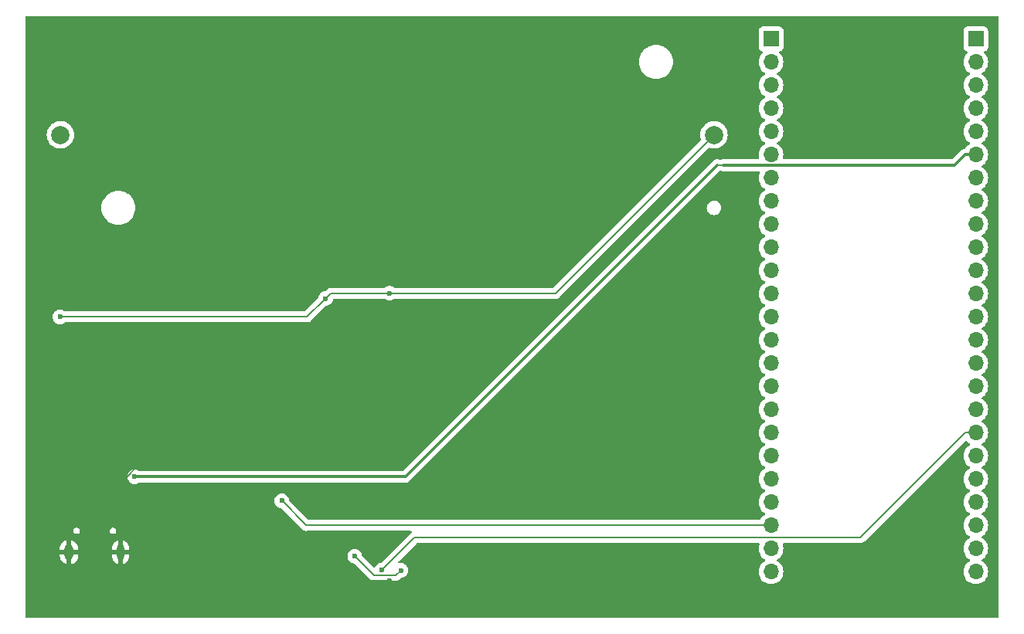
<source format=gbl>
%TF.GenerationSoftware,KiCad,Pcbnew,(7.0.0)*%
%TF.CreationDate,2023-03-21T00:44:08+02:00*%
%TF.ProjectId,main_v0.6,6d61696e-5f76-4302-9e36-2e6b69636164,rev?*%
%TF.SameCoordinates,Original*%
%TF.FileFunction,Copper,L2,Bot*%
%TF.FilePolarity,Positive*%
%FSLAX46Y46*%
G04 Gerber Fmt 4.6, Leading zero omitted, Abs format (unit mm)*
G04 Created by KiCad (PCBNEW (7.0.0)) date 2023-03-21 00:44:08*
%MOMM*%
%LPD*%
G01*
G04 APERTURE LIST*
%TA.AperFunction,ComponentPad*%
%ADD10R,1.700000X1.700000*%
%TD*%
%TA.AperFunction,ComponentPad*%
%ADD11O,1.700000X1.700000*%
%TD*%
%TA.AperFunction,ComponentPad*%
%ADD12C,2.000000*%
%TD*%
%TA.AperFunction,ComponentPad*%
%ADD13O,1.000000X1.700000*%
%TD*%
%TA.AperFunction,ComponentPad*%
%ADD14O,0.850000X1.700000*%
%TD*%
%TA.AperFunction,ViaPad*%
%ADD15C,0.600000*%
%TD*%
%TA.AperFunction,Conductor*%
%ADD16C,0.200000*%
%TD*%
%TA.AperFunction,Conductor*%
%ADD17C,0.300000*%
%TD*%
G04 APERTURE END LIST*
D10*
%TO.P,J1,1,Pin_1*%
%TO.N,unconnected-(J1-Pin_1-Pad1)*%
X173149999Y-40639999D03*
D11*
%TO.P,J1,2,Pin_2*%
%TO.N,unconnected-(J1-Pin_2-Pad2)*%
X173149999Y-43179999D03*
%TO.P,J1,3,Pin_3*%
%TO.N,unconnected-(J1-Pin_3-Pad3)*%
X173149999Y-45719999D03*
%TO.P,J1,4,Pin_4*%
%TO.N,unconnected-(J1-Pin_4-Pad4)*%
X173149999Y-48259999D03*
%TO.P,J1,5,Pin_5*%
%TO.N,unconnected-(J1-Pin_5-Pad5)*%
X173149999Y-50799999D03*
%TO.P,J1,6,Pin_6*%
%TO.N,unconnected-(J1-Pin_6-Pad6)*%
X173149999Y-53339999D03*
%TO.P,J1,7,Pin_7*%
%TO.N,unconnected-(J1-Pin_7-Pad7)*%
X173149999Y-55879999D03*
%TO.P,J1,8,Pin_8*%
%TO.N,unconnected-(J1-Pin_8-Pad8)*%
X173149999Y-58419999D03*
%TO.P,J1,9,Pin_9*%
%TO.N,unconnected-(J1-Pin_9-Pad9)*%
X173149999Y-60959999D03*
%TO.P,J1,10,Pin_10*%
%TO.N,unconnected-(J1-Pin_10-Pad10)*%
X173149999Y-63499999D03*
%TO.P,J1,11,Pin_11*%
%TO.N,unconnected-(J1-Pin_11-Pad11)*%
X173149999Y-66039999D03*
%TO.P,J1,12,Pin_12*%
%TO.N,unconnected-(J1-Pin_12-Pad12)*%
X173149999Y-68579999D03*
%TO.P,J1,13,Pin_13*%
%TO.N,unconnected-(J1-Pin_13-Pad13)*%
X173149999Y-71119999D03*
%TO.P,J1,14,Pin_14*%
%TO.N,unconnected-(J1-Pin_14-Pad14)*%
X173149999Y-73659999D03*
%TO.P,J1,15,Pin_15*%
%TO.N,unconnected-(J1-Pin_15-Pad15)*%
X173149999Y-76199999D03*
%TO.P,J1,16,Pin_16*%
%TO.N,unconnected-(J1-Pin_16-Pad16)*%
X173149999Y-78739999D03*
%TO.P,J1,17,Pin_17*%
%TO.N,unconnected-(J1-Pin_17-Pad17)*%
X173149999Y-81279999D03*
%TO.P,J1,18,Pin_18*%
%TO.N,unconnected-(J1-Pin_18-Pad18)*%
X173149999Y-83819999D03*
%TO.P,J1,19,Pin_19*%
%TO.N,unconnected-(J1-Pin_19-Pad19)*%
X173149999Y-86359999D03*
%TO.P,J1,20,Pin_20*%
%TO.N,unconnected-(J1-Pin_20-Pad20)*%
X173149999Y-88899999D03*
%TO.P,J1,21,Pin_21*%
%TO.N,unconnected-(J1-Pin_21-Pad21)*%
X173149999Y-91439999D03*
%TO.P,J1,22,Pin_22*%
%TO.N,/I2C2_SCL*%
X173149999Y-93979999D03*
%TO.P,J1,23,Pin_23*%
%TO.N,unconnected-(J1-Pin_23-Pad23)*%
X173149999Y-96519999D03*
%TO.P,J1,24,Pin_24*%
%TO.N,unconnected-(J1-Pin_24-Pad24)*%
X173149999Y-99059999D03*
%TD*%
D10*
%TO.P,J2,1,Pin_1*%
%TO.N,unconnected-(J2-Pin_1-Pad1)*%
X195579999Y-40639999D03*
D11*
%TO.P,J2,2,Pin_2*%
%TO.N,unconnected-(J2-Pin_2-Pad2)*%
X195579999Y-43179999D03*
%TO.P,J2,3,Pin_3*%
%TO.N,unconnected-(J2-Pin_3-Pad3)*%
X195579999Y-45719999D03*
%TO.P,J2,4,Pin_4*%
%TO.N,unconnected-(J2-Pin_4-Pad4)*%
X195579999Y-48259999D03*
%TO.P,J2,5,Pin_5*%
%TO.N,unconnected-(J2-Pin_5-Pad5)*%
X195579999Y-50799999D03*
%TO.P,J2,6,Pin_6*%
%TO.N,/Interface IC Module/TXD*%
X195579999Y-53339999D03*
%TO.P,J2,7,Pin_7*%
%TO.N,/Interface IC Module/RXD*%
X195579999Y-55879999D03*
%TO.P,J2,8,Pin_8*%
%TO.N,unconnected-(J2-Pin_8-Pad8)*%
X195579999Y-58419999D03*
%TO.P,J2,9,Pin_9*%
%TO.N,unconnected-(J2-Pin_9-Pad9)*%
X195579999Y-60959999D03*
%TO.P,J2,10,Pin_10*%
%TO.N,unconnected-(J2-Pin_10-Pad10)*%
X195579999Y-63499999D03*
%TO.P,J2,11,Pin_11*%
%TO.N,/Interface IC Module/I2C3_SCL*%
X195579999Y-66039999D03*
%TO.P,J2,12,Pin_12*%
%TO.N,/Interface IC Module/I2C3_SDA*%
X195579999Y-68579999D03*
%TO.P,J2,13,Pin_13*%
%TO.N,unconnected-(J2-Pin_13-Pad13)*%
X195579999Y-71119999D03*
%TO.P,J2,14,Pin_14*%
%TO.N,unconnected-(J2-Pin_14-Pad14)*%
X195579999Y-73659999D03*
%TO.P,J2,15,Pin_15*%
%TO.N,unconnected-(J2-Pin_15-Pad15)*%
X195579999Y-76199999D03*
%TO.P,J2,16,Pin_16*%
%TO.N,unconnected-(J2-Pin_16-Pad16)*%
X195579999Y-78739999D03*
%TO.P,J2,17,Pin_17*%
%TO.N,unconnected-(J2-Pin_17-Pad17)*%
X195579999Y-81279999D03*
%TO.P,J2,18,Pin_18*%
%TO.N,/Interface IC Module/I2C1_SCL*%
X195579999Y-83819999D03*
%TO.P,J2,19,Pin_19*%
%TO.N,/Interface IC Module/I2C1_SDA*%
X195579999Y-86359999D03*
%TO.P,J2,20,Pin_20*%
%TO.N,unconnected-(J2-Pin_20-Pad20)*%
X195579999Y-88899999D03*
%TO.P,J2,21,Pin_21*%
%TO.N,unconnected-(J2-Pin_21-Pad21)*%
X195579999Y-91439999D03*
%TO.P,J2,22,Pin_22*%
%TO.N,unconnected-(J2-Pin_22-Pad22)*%
X195579999Y-93979999D03*
%TO.P,J2,23,Pin_23*%
%TO.N,unconnected-(J2-Pin_23-Pad23)*%
X195579999Y-96519999D03*
%TO.P,J2,24,Pin_24*%
%TO.N,unconnected-(J2-Pin_24-Pad24)*%
X195579999Y-99059999D03*
%TD*%
D12*
%TO.P,BT1,1,+*%
%TO.N,/V battery+*%
X166905000Y-51155000D03*
%TO.P,BT1,2,-*%
%TO.N,/V battery-*%
X95305000Y-51155000D03*
%TD*%
D13*
%TO.P,J5,6,Shield*%
%TO.N,GND*%
X96234999Y-96909999D03*
D14*
X101884999Y-96909999D03*
%TD*%
D15*
%TO.N,/V battery+*%
X95242300Y-71120000D03*
X131380900Y-68528500D03*
X124342200Y-69098800D03*
%TO.N,GND*%
X105129800Y-86497400D03*
X131345800Y-100073400D03*
X100847000Y-89309800D03*
X132988100Y-100474100D03*
%TO.N,/I2C2_SCL*%
X119544600Y-91280000D03*
%TO.N,/Interface IC Module/TXD*%
X103432300Y-88636200D03*
%TO.N,/Interface IC Module/I2C1_SCL*%
X130522500Y-98864800D03*
%TO.N,Net-(U2-~{CS})*%
X127545000Y-97345900D03*
X132597400Y-98909300D03*
%TD*%
D16*
%TO.N,/V battery+*%
X95242300Y-71120000D02*
X122321000Y-71120000D01*
X149531500Y-68528500D02*
X131380900Y-68528500D01*
X124912500Y-68528500D02*
X124342200Y-69098800D01*
X166905000Y-51155000D02*
X149531500Y-68528500D01*
X122321000Y-71120000D02*
X124342200Y-69098800D01*
X131380900Y-68528500D02*
X124912500Y-68528500D01*
%TO.N,GND*%
X131746500Y-100474100D02*
X132988100Y-100474100D01*
X131345800Y-100073400D02*
X131746500Y-100474100D01*
X103898100Y-100073400D02*
X131345800Y-100073400D01*
X101885000Y-97485100D02*
X101885000Y-98060300D01*
X105129800Y-86497400D02*
X104722200Y-86497400D01*
X101885000Y-89334600D02*
X100871800Y-89334600D01*
X104722200Y-86497400D02*
X101885000Y-89334600D01*
X101885000Y-98060300D02*
X103898100Y-100073400D01*
X101885000Y-97485100D02*
X101885000Y-96910000D01*
X101885000Y-89334600D02*
X101885000Y-96910000D01*
X100871800Y-89334600D02*
X100847000Y-89309800D01*
%TO.N,/I2C2_SCL*%
X173150000Y-93980000D02*
X122244600Y-93980000D01*
X122244600Y-93980000D02*
X119544600Y-91280000D01*
%TO.N,/Interface IC Module/TXD*%
X167908300Y-54490300D02*
X167251700Y-54490300D01*
D17*
X194429700Y-53340000D02*
X193279400Y-54490300D01*
X195580000Y-53340000D02*
X194429700Y-53340000D01*
X193279400Y-54490300D02*
X167908300Y-54490300D01*
X133105800Y-88636200D02*
X103432300Y-88636200D01*
X167251700Y-54490300D02*
X133105800Y-88636200D01*
D16*
%TO.N,/Interface IC Module/I2C1_SCL*%
X130522500Y-98864800D02*
X134070300Y-95317000D01*
X134070300Y-95317000D02*
X182932700Y-95317000D01*
X182932700Y-95317000D02*
X194429700Y-83820000D01*
X195580000Y-83820000D02*
X194429700Y-83820000D01*
%TO.N,Net-(U2-~{CS})*%
X132041600Y-99465100D02*
X129664200Y-99465100D01*
X132597400Y-98909300D02*
X132041600Y-99465100D01*
X129664200Y-99465100D02*
X127545000Y-97345900D01*
%TD*%
%TA.AperFunction,Conductor*%
%TO.N,GND*%
G36*
X198047500Y-38127113D02*
G01*
X198092887Y-38172500D01*
X198109500Y-38234500D01*
X198109500Y-104005500D01*
X198092887Y-104067500D01*
X198047500Y-104112887D01*
X197985500Y-104129500D01*
X91574500Y-104129500D01*
X91512500Y-104112887D01*
X91467113Y-104067500D01*
X91450500Y-104005500D01*
X91450500Y-97307570D01*
X95235000Y-97307570D01*
X95235317Y-97313835D01*
X95249783Y-97456084D01*
X95252301Y-97468335D01*
X95309419Y-97650385D01*
X95314355Y-97661889D01*
X95406954Y-97828720D01*
X95414097Y-97838982D01*
X95538379Y-97983754D01*
X95547458Y-97992385D01*
X95698329Y-98109167D01*
X95708957Y-98115792D01*
X95880256Y-98199817D01*
X95891997Y-98204165D01*
X95971253Y-98224686D01*
X95982464Y-98224971D01*
X95983627Y-98219962D01*
X96485000Y-98219962D01*
X96487337Y-98230645D01*
X96492502Y-98230973D01*
X96492840Y-98230885D01*
X96671760Y-98164621D01*
X96683006Y-98159105D01*
X96844926Y-98058180D01*
X96854820Y-98050521D01*
X96993114Y-97919063D01*
X97001262Y-97909572D01*
X97110265Y-97752963D01*
X97116334Y-97742029D01*
X97191581Y-97566681D01*
X97195324Y-97554752D01*
X97231189Y-97380233D01*
X100960000Y-97380233D01*
X100960338Y-97386696D01*
X100974550Y-97521916D01*
X100977238Y-97534558D01*
X101033308Y-97707125D01*
X101038564Y-97718930D01*
X101129288Y-97876069D01*
X101136883Y-97886523D01*
X101258298Y-98021367D01*
X101267898Y-98030012D01*
X101414697Y-98136668D01*
X101425886Y-98143128D01*
X101591652Y-98216931D01*
X101603937Y-98220923D01*
X101621449Y-98224645D01*
X101632549Y-98224500D01*
X101635000Y-98213672D01*
X102135000Y-98213672D01*
X102137450Y-98224500D01*
X102148550Y-98224645D01*
X102166062Y-98220923D01*
X102178347Y-98216931D01*
X102344110Y-98143129D01*
X102355305Y-98136665D01*
X102502095Y-98030016D01*
X102511704Y-98021364D01*
X102633116Y-97886523D01*
X102640711Y-97876069D01*
X102731435Y-97718930D01*
X102736691Y-97707125D01*
X102792761Y-97534558D01*
X102795449Y-97521916D01*
X102809661Y-97386696D01*
X102810000Y-97380233D01*
X102810000Y-97176326D01*
X102806549Y-97163450D01*
X102793674Y-97160000D01*
X102151326Y-97160000D01*
X102138450Y-97163450D01*
X102135000Y-97176326D01*
X102135000Y-98213672D01*
X101635000Y-98213672D01*
X101635000Y-97176326D01*
X101631549Y-97163450D01*
X101618674Y-97160000D01*
X100976326Y-97160000D01*
X100963450Y-97163450D01*
X100960000Y-97176326D01*
X100960000Y-97380233D01*
X97231189Y-97380233D01*
X97233734Y-97367847D01*
X97235000Y-97355402D01*
X97235000Y-97176326D01*
X97231549Y-97163450D01*
X97218674Y-97160000D01*
X96501326Y-97160000D01*
X96488450Y-97163450D01*
X96485000Y-97176326D01*
X96485000Y-98219962D01*
X95983627Y-98219962D01*
X95985000Y-98214046D01*
X95985000Y-97176326D01*
X95981549Y-97163450D01*
X95968674Y-97160000D01*
X95251326Y-97160000D01*
X95238450Y-97163450D01*
X95235000Y-97176326D01*
X95235000Y-97307570D01*
X91450500Y-97307570D01*
X91450500Y-96643674D01*
X95235000Y-96643674D01*
X95238450Y-96656549D01*
X95251326Y-96660000D01*
X95968674Y-96660000D01*
X95981549Y-96656549D01*
X95985000Y-96643674D01*
X96485000Y-96643674D01*
X96488450Y-96656549D01*
X96501326Y-96660000D01*
X97218674Y-96660000D01*
X97231549Y-96656549D01*
X97235000Y-96643674D01*
X100960000Y-96643674D01*
X100963450Y-96656549D01*
X100976326Y-96660000D01*
X101618674Y-96660000D01*
X101631549Y-96656549D01*
X101635000Y-96643674D01*
X102135000Y-96643674D01*
X102138450Y-96656549D01*
X102151326Y-96660000D01*
X102793674Y-96660000D01*
X102806549Y-96656549D01*
X102810000Y-96643674D01*
X102810000Y-96439767D01*
X102809661Y-96433303D01*
X102795449Y-96298083D01*
X102792761Y-96285441D01*
X102736691Y-96112874D01*
X102731435Y-96101069D01*
X102640711Y-95943930D01*
X102633116Y-95933476D01*
X102511701Y-95798632D01*
X102502101Y-95789987D01*
X102355302Y-95683331D01*
X102344113Y-95676871D01*
X102178347Y-95603068D01*
X102166062Y-95599076D01*
X102148550Y-95595354D01*
X102137450Y-95595499D01*
X102135000Y-95606328D01*
X102135000Y-96643674D01*
X101635000Y-96643674D01*
X101635000Y-95606328D01*
X101632549Y-95595499D01*
X101621449Y-95595354D01*
X101603937Y-95599076D01*
X101591652Y-95603068D01*
X101425889Y-95676870D01*
X101414694Y-95683334D01*
X101267904Y-95789983D01*
X101258295Y-95798635D01*
X101136883Y-95933476D01*
X101129288Y-95943930D01*
X101038564Y-96101069D01*
X101033308Y-96112874D01*
X100977238Y-96285441D01*
X100974550Y-96298083D01*
X100960338Y-96433303D01*
X100960000Y-96439767D01*
X100960000Y-96643674D01*
X97235000Y-96643674D01*
X97235000Y-96512430D01*
X97234682Y-96506164D01*
X97220216Y-96363915D01*
X97217698Y-96351664D01*
X97160580Y-96169614D01*
X97155644Y-96158110D01*
X97063045Y-95991279D01*
X97055902Y-95981017D01*
X96931620Y-95836245D01*
X96922541Y-95827614D01*
X96771670Y-95710832D01*
X96761042Y-95704207D01*
X96589743Y-95620182D01*
X96578002Y-95615834D01*
X96498746Y-95595313D01*
X96487535Y-95595028D01*
X96485000Y-95605954D01*
X96485000Y-96643674D01*
X95985000Y-96643674D01*
X95985000Y-95600038D01*
X95982662Y-95589354D01*
X95977497Y-95589026D01*
X95977159Y-95589114D01*
X95798239Y-95655378D01*
X95786993Y-95660894D01*
X95625073Y-95761819D01*
X95615179Y-95769478D01*
X95476885Y-95900936D01*
X95468737Y-95910427D01*
X95359734Y-96067036D01*
X95353665Y-96077970D01*
X95278418Y-96253318D01*
X95274675Y-96265247D01*
X95236265Y-96452152D01*
X95235000Y-96464598D01*
X95235000Y-96643674D01*
X91450500Y-96643674D01*
X91450500Y-94589344D01*
X96705868Y-94589344D01*
X96708389Y-94599299D01*
X96724332Y-94662259D01*
X96734584Y-94702741D01*
X96740202Y-94711341D01*
X96740204Y-94711344D01*
X96768305Y-94754356D01*
X96798563Y-94800669D01*
X96806668Y-94806977D01*
X96882766Y-94866207D01*
X96882768Y-94866208D01*
X96890874Y-94872517D01*
X97001512Y-94910500D01*
X97083907Y-94910500D01*
X97089040Y-94910500D01*
X97175381Y-94896092D01*
X97278258Y-94840418D01*
X97357484Y-94754356D01*
X97404473Y-94647232D01*
X97409269Y-94589344D01*
X100705868Y-94589344D01*
X100708389Y-94599299D01*
X100724332Y-94662259D01*
X100734584Y-94702741D01*
X100740202Y-94711341D01*
X100740204Y-94711344D01*
X100768305Y-94754356D01*
X100798563Y-94800669D01*
X100806668Y-94806977D01*
X100882766Y-94866207D01*
X100882768Y-94866208D01*
X100890874Y-94872517D01*
X101001512Y-94910500D01*
X101083907Y-94910500D01*
X101089040Y-94910500D01*
X101175381Y-94896092D01*
X101278258Y-94840418D01*
X101357484Y-94754356D01*
X101404473Y-94647232D01*
X101414132Y-94530656D01*
X101385416Y-94417259D01*
X101321437Y-94319331D01*
X101280079Y-94287141D01*
X101237233Y-94253792D01*
X101237229Y-94253789D01*
X101229126Y-94247483D01*
X101219409Y-94244147D01*
X101128207Y-94212836D01*
X101128203Y-94212835D01*
X101118488Y-94209500D01*
X101030960Y-94209500D01*
X101025906Y-94210343D01*
X101025898Y-94210344D01*
X100954751Y-94222217D01*
X100954749Y-94222217D01*
X100944619Y-94223908D01*
X100935586Y-94228796D01*
X100935584Y-94228797D01*
X100850779Y-94274691D01*
X100850777Y-94274692D01*
X100841742Y-94279582D01*
X100834787Y-94287137D01*
X100834782Y-94287141D01*
X100769474Y-94358085D01*
X100769472Y-94358087D01*
X100762516Y-94365644D01*
X100758390Y-94375049D01*
X100758388Y-94375053D01*
X100726140Y-94448572D01*
X100715527Y-94472768D01*
X100714679Y-94482997D01*
X100714678Y-94483003D01*
X100708139Y-94561933D01*
X100705868Y-94589344D01*
X97409269Y-94589344D01*
X97414132Y-94530656D01*
X97385416Y-94417259D01*
X97321437Y-94319331D01*
X97280079Y-94287141D01*
X97237233Y-94253792D01*
X97237229Y-94253789D01*
X97229126Y-94247483D01*
X97219409Y-94244147D01*
X97128207Y-94212836D01*
X97128203Y-94212835D01*
X97118488Y-94209500D01*
X97030960Y-94209500D01*
X97025906Y-94210343D01*
X97025898Y-94210344D01*
X96954751Y-94222217D01*
X96954749Y-94222217D01*
X96944619Y-94223908D01*
X96935586Y-94228796D01*
X96935584Y-94228797D01*
X96850779Y-94274691D01*
X96850777Y-94274692D01*
X96841742Y-94279582D01*
X96834787Y-94287137D01*
X96834782Y-94287141D01*
X96769474Y-94358085D01*
X96769472Y-94358087D01*
X96762516Y-94365644D01*
X96758390Y-94375049D01*
X96758388Y-94375053D01*
X96726140Y-94448572D01*
X96715527Y-94472768D01*
X96714679Y-94482997D01*
X96714678Y-94483003D01*
X96708139Y-94561933D01*
X96705868Y-94589344D01*
X91450500Y-94589344D01*
X91450500Y-88636200D01*
X102626735Y-88636200D01*
X102646932Y-88815455D01*
X102649228Y-88822019D01*
X102649230Y-88822024D01*
X102678403Y-88905395D01*
X102706511Y-88985722D01*
X102710212Y-88991612D01*
X102795052Y-89126635D01*
X102802484Y-89138462D01*
X102930038Y-89266016D01*
X103082778Y-89361989D01*
X103253045Y-89421568D01*
X103432300Y-89441765D01*
X103611555Y-89421568D01*
X103781822Y-89361989D01*
X103871396Y-89305705D01*
X103937368Y-89286700D01*
X133024727Y-89286700D01*
X133036396Y-89287250D01*
X133036481Y-89287258D01*
X133044096Y-89288960D01*
X133114062Y-89286760D01*
X133117957Y-89286700D01*
X133142825Y-89286700D01*
X133146725Y-89286700D01*
X133151094Y-89286147D01*
X133162739Y-89285230D01*
X133208369Y-89283797D01*
X133228751Y-89277874D01*
X133247791Y-89273931D01*
X133268858Y-89271271D01*
X133286106Y-89264441D01*
X133311308Y-89254464D01*
X133322357Y-89250680D01*
X133366198Y-89237944D01*
X133384460Y-89227142D01*
X133401936Y-89218580D01*
X133421671Y-89210768D01*
X133458616Y-89183925D01*
X133468358Y-89177526D01*
X133507665Y-89154281D01*
X133522669Y-89139276D01*
X133537464Y-89126638D01*
X133554637Y-89114163D01*
X133583747Y-89078972D01*
X133591590Y-89070354D01*
X163506945Y-59155000D01*
X166104466Y-59155000D01*
X166105246Y-59161923D01*
X166123756Y-59326211D01*
X166123757Y-59326217D01*
X166124537Y-59333136D01*
X166126836Y-59339707D01*
X166126838Y-59339714D01*
X166156607Y-59424786D01*
X166183744Y-59502339D01*
X166279117Y-59654125D01*
X166405875Y-59780883D01*
X166557661Y-59876256D01*
X166726864Y-59935463D01*
X166905000Y-59955534D01*
X167083136Y-59935463D01*
X167252339Y-59876256D01*
X167404125Y-59780883D01*
X167530883Y-59654125D01*
X167626256Y-59502339D01*
X167685463Y-59333136D01*
X167705534Y-59155000D01*
X167685463Y-58976864D01*
X167626256Y-58807661D01*
X167530883Y-58655875D01*
X167404125Y-58529117D01*
X167252339Y-58433744D01*
X167213061Y-58420000D01*
X167089714Y-58376838D01*
X167089707Y-58376836D01*
X167083136Y-58374537D01*
X167076217Y-58373757D01*
X167076211Y-58373756D01*
X166911923Y-58355246D01*
X166905000Y-58354466D01*
X166898077Y-58355246D01*
X166733788Y-58373756D01*
X166733780Y-58373757D01*
X166726864Y-58374537D01*
X166720294Y-58376835D01*
X166720285Y-58376838D01*
X166564236Y-58431443D01*
X166564233Y-58431444D01*
X166557661Y-58433744D01*
X166551766Y-58437447D01*
X166551764Y-58437449D01*
X166411775Y-58525409D01*
X166411770Y-58525412D01*
X166405875Y-58529117D01*
X166400950Y-58534041D01*
X166400946Y-58534045D01*
X166284045Y-58650946D01*
X166284041Y-58650950D01*
X166279117Y-58655875D01*
X166275412Y-58661770D01*
X166275409Y-58661775D01*
X166187449Y-58801764D01*
X166183744Y-58807661D01*
X166181444Y-58814233D01*
X166181443Y-58814236D01*
X166126838Y-58970285D01*
X166126835Y-58970294D01*
X166124537Y-58976864D01*
X166123757Y-58983780D01*
X166123756Y-58983788D01*
X166111460Y-59092927D01*
X166104466Y-59155000D01*
X163506945Y-59155000D01*
X167534826Y-55127119D01*
X167575055Y-55100239D01*
X167622508Y-55090800D01*
X167622883Y-55090800D01*
X167664915Y-55098818D01*
X167666932Y-55099927D01*
X167826123Y-55140800D01*
X171809941Y-55140800D01*
X171869584Y-55156086D01*
X171914522Y-55198175D01*
X171933676Y-55256690D01*
X171922323Y-55317205D01*
X171878386Y-55411427D01*
X171878383Y-55411432D01*
X171876097Y-55416337D01*
X171874698Y-55421557D01*
X171874694Y-55421569D01*
X171816337Y-55639365D01*
X171816335Y-55639371D01*
X171814937Y-55644592D01*
X171794341Y-55880000D01*
X171814937Y-56115408D01*
X171816336Y-56120630D01*
X171816337Y-56120634D01*
X171874694Y-56338430D01*
X171874697Y-56338438D01*
X171876097Y-56343663D01*
X171878385Y-56348570D01*
X171878386Y-56348572D01*
X171973678Y-56552927D01*
X171973681Y-56552933D01*
X171975965Y-56557830D01*
X171979064Y-56562257D01*
X171979066Y-56562259D01*
X172108399Y-56746966D01*
X172108402Y-56746970D01*
X172111505Y-56751401D01*
X172278599Y-56918495D01*
X172283032Y-56921599D01*
X172283038Y-56921604D01*
X172464158Y-57048425D01*
X172503024Y-57092743D01*
X172517035Y-57150000D01*
X172503024Y-57207257D01*
X172464159Y-57251575D01*
X172283041Y-57378395D01*
X172278599Y-57381505D01*
X172274775Y-57385328D01*
X172274769Y-57385334D01*
X172115334Y-57544769D01*
X172115328Y-57544775D01*
X172111505Y-57548599D01*
X172108402Y-57553029D01*
X172108399Y-57553034D01*
X171979073Y-57737731D01*
X171979068Y-57737738D01*
X171975965Y-57742171D01*
X171973677Y-57747077D01*
X171973675Y-57747081D01*
X171878386Y-57951427D01*
X171878383Y-57951432D01*
X171876097Y-57956337D01*
X171874698Y-57961557D01*
X171874694Y-57961569D01*
X171816337Y-58179365D01*
X171816335Y-58179371D01*
X171814937Y-58184592D01*
X171814465Y-58189977D01*
X171814465Y-58189982D01*
X171800006Y-58355246D01*
X171794341Y-58420000D01*
X171794813Y-58425395D01*
X171812306Y-58625344D01*
X171814937Y-58655408D01*
X171816336Y-58660630D01*
X171816337Y-58660634D01*
X171874694Y-58878430D01*
X171874697Y-58878438D01*
X171876097Y-58883663D01*
X171878385Y-58888570D01*
X171878386Y-58888572D01*
X171973678Y-59092927D01*
X171973681Y-59092933D01*
X171975965Y-59097830D01*
X171979064Y-59102257D01*
X171979066Y-59102259D01*
X172108399Y-59286966D01*
X172108402Y-59286970D01*
X172111505Y-59291401D01*
X172278599Y-59458495D01*
X172283032Y-59461599D01*
X172283038Y-59461604D01*
X172464158Y-59588425D01*
X172503024Y-59632743D01*
X172517035Y-59690000D01*
X172503024Y-59747257D01*
X172464159Y-59791575D01*
X172283041Y-59918395D01*
X172278599Y-59921505D01*
X172274775Y-59925328D01*
X172274769Y-59925334D01*
X172115334Y-60084769D01*
X172115328Y-60084775D01*
X172111505Y-60088599D01*
X172108402Y-60093029D01*
X172108399Y-60093034D01*
X171979073Y-60277731D01*
X171979068Y-60277738D01*
X171975965Y-60282171D01*
X171973677Y-60287077D01*
X171973675Y-60287081D01*
X171878386Y-60491427D01*
X171878383Y-60491432D01*
X171876097Y-60496337D01*
X171874698Y-60501557D01*
X171874694Y-60501569D01*
X171816337Y-60719365D01*
X171816335Y-60719371D01*
X171814937Y-60724592D01*
X171814465Y-60729977D01*
X171814465Y-60729982D01*
X171797842Y-60919987D01*
X171794341Y-60960000D01*
X171814937Y-61195408D01*
X171816336Y-61200630D01*
X171816337Y-61200634D01*
X171874694Y-61418430D01*
X171874697Y-61418438D01*
X171876097Y-61423663D01*
X171878385Y-61428570D01*
X171878386Y-61428572D01*
X171973678Y-61632927D01*
X171973681Y-61632933D01*
X171975965Y-61637830D01*
X171979064Y-61642257D01*
X171979066Y-61642259D01*
X172108399Y-61826966D01*
X172108402Y-61826970D01*
X172111505Y-61831401D01*
X172278599Y-61998495D01*
X172283032Y-62001599D01*
X172283038Y-62001604D01*
X172464158Y-62128425D01*
X172503024Y-62172743D01*
X172517035Y-62230000D01*
X172503024Y-62287257D01*
X172464159Y-62331575D01*
X172283041Y-62458395D01*
X172278599Y-62461505D01*
X172274775Y-62465328D01*
X172274769Y-62465334D01*
X172115334Y-62624769D01*
X172115328Y-62624775D01*
X172111505Y-62628599D01*
X172108402Y-62633029D01*
X172108399Y-62633034D01*
X171979073Y-62817731D01*
X171979068Y-62817738D01*
X171975965Y-62822171D01*
X171973677Y-62827077D01*
X171973675Y-62827081D01*
X171878386Y-63031427D01*
X171878383Y-63031432D01*
X171876097Y-63036337D01*
X171874698Y-63041557D01*
X171874694Y-63041569D01*
X171816337Y-63259365D01*
X171816335Y-63259371D01*
X171814937Y-63264592D01*
X171794341Y-63500000D01*
X171814937Y-63735408D01*
X171816336Y-63740630D01*
X171816337Y-63740634D01*
X171874694Y-63958430D01*
X171874697Y-63958438D01*
X171876097Y-63963663D01*
X171878385Y-63968570D01*
X171878386Y-63968572D01*
X171973678Y-64172927D01*
X171973681Y-64172933D01*
X171975965Y-64177830D01*
X171979064Y-64182257D01*
X171979066Y-64182259D01*
X172108399Y-64366966D01*
X172108402Y-64366970D01*
X172111505Y-64371401D01*
X172278599Y-64538495D01*
X172283032Y-64541599D01*
X172283038Y-64541604D01*
X172464158Y-64668425D01*
X172503024Y-64712743D01*
X172517035Y-64770000D01*
X172503024Y-64827257D01*
X172464159Y-64871575D01*
X172283041Y-64998395D01*
X172278599Y-65001505D01*
X172274775Y-65005328D01*
X172274769Y-65005334D01*
X172115334Y-65164769D01*
X172115328Y-65164775D01*
X172111505Y-65168599D01*
X172108402Y-65173029D01*
X172108399Y-65173034D01*
X171979073Y-65357731D01*
X171979068Y-65357738D01*
X171975965Y-65362171D01*
X171973677Y-65367077D01*
X171973675Y-65367081D01*
X171878386Y-65571427D01*
X171878383Y-65571432D01*
X171876097Y-65576337D01*
X171874698Y-65581557D01*
X171874694Y-65581569D01*
X171816337Y-65799365D01*
X171816335Y-65799371D01*
X171814937Y-65804592D01*
X171794341Y-66040000D01*
X171814937Y-66275408D01*
X171816336Y-66280630D01*
X171816337Y-66280634D01*
X171874694Y-66498430D01*
X171874697Y-66498438D01*
X171876097Y-66503663D01*
X171878385Y-66508570D01*
X171878386Y-66508572D01*
X171973678Y-66712927D01*
X171973681Y-66712933D01*
X171975965Y-66717830D01*
X171979064Y-66722257D01*
X171979066Y-66722259D01*
X172108399Y-66906966D01*
X172108402Y-66906970D01*
X172111505Y-66911401D01*
X172278599Y-67078495D01*
X172283032Y-67081599D01*
X172283038Y-67081604D01*
X172464158Y-67208425D01*
X172503024Y-67252743D01*
X172517035Y-67310000D01*
X172503024Y-67367257D01*
X172464159Y-67411575D01*
X172283041Y-67538395D01*
X172278599Y-67541505D01*
X172274775Y-67545328D01*
X172274769Y-67545334D01*
X172115334Y-67704769D01*
X172115328Y-67704775D01*
X172111505Y-67708599D01*
X172108402Y-67713029D01*
X172108399Y-67713034D01*
X171979073Y-67897731D01*
X171979068Y-67897738D01*
X171975965Y-67902171D01*
X171973677Y-67907077D01*
X171973675Y-67907081D01*
X171878386Y-68111427D01*
X171878383Y-68111432D01*
X171876097Y-68116337D01*
X171874698Y-68121557D01*
X171874694Y-68121569D01*
X171816337Y-68339365D01*
X171816335Y-68339371D01*
X171814937Y-68344592D01*
X171814465Y-68349977D01*
X171814465Y-68349982D01*
X171804378Y-68465276D01*
X171794341Y-68580000D01*
X171794813Y-68585395D01*
X171809725Y-68755843D01*
X171814937Y-68815408D01*
X171816336Y-68820630D01*
X171816337Y-68820634D01*
X171874694Y-69038430D01*
X171874697Y-69038438D01*
X171876097Y-69043663D01*
X171878385Y-69048570D01*
X171878386Y-69048572D01*
X171973678Y-69252927D01*
X171973681Y-69252933D01*
X171975965Y-69257830D01*
X171979064Y-69262257D01*
X171979066Y-69262259D01*
X172108399Y-69446966D01*
X172108402Y-69446970D01*
X172111505Y-69451401D01*
X172278599Y-69618495D01*
X172283032Y-69621599D01*
X172283038Y-69621604D01*
X172464158Y-69748425D01*
X172503024Y-69792743D01*
X172517035Y-69850000D01*
X172503024Y-69907257D01*
X172464159Y-69951575D01*
X172283041Y-70078395D01*
X172278599Y-70081505D01*
X172274775Y-70085328D01*
X172274769Y-70085334D01*
X172115334Y-70244769D01*
X172115328Y-70244775D01*
X172111505Y-70248599D01*
X172108402Y-70253029D01*
X172108399Y-70253034D01*
X171979073Y-70437731D01*
X171979068Y-70437738D01*
X171975965Y-70442171D01*
X171973677Y-70447077D01*
X171973675Y-70447081D01*
X171878386Y-70651427D01*
X171878383Y-70651432D01*
X171876097Y-70656337D01*
X171874698Y-70661557D01*
X171874694Y-70661569D01*
X171816337Y-70879365D01*
X171816335Y-70879371D01*
X171814937Y-70884592D01*
X171814465Y-70889977D01*
X171814465Y-70889982D01*
X171794947Y-71113077D01*
X171794341Y-71120000D01*
X171794813Y-71125395D01*
X171809418Y-71292334D01*
X171814937Y-71355408D01*
X171816336Y-71360630D01*
X171816337Y-71360634D01*
X171874694Y-71578430D01*
X171874697Y-71578438D01*
X171876097Y-71583663D01*
X171878385Y-71588570D01*
X171878386Y-71588572D01*
X171973678Y-71792927D01*
X171973681Y-71792933D01*
X171975965Y-71797830D01*
X171979064Y-71802257D01*
X171979066Y-71802259D01*
X172108399Y-71986966D01*
X172108402Y-71986970D01*
X172111505Y-71991401D01*
X172278599Y-72158495D01*
X172283032Y-72161599D01*
X172283038Y-72161604D01*
X172464158Y-72288425D01*
X172503024Y-72332743D01*
X172517035Y-72390000D01*
X172503024Y-72447257D01*
X172464159Y-72491575D01*
X172283041Y-72618395D01*
X172278599Y-72621505D01*
X172274775Y-72625328D01*
X172274769Y-72625334D01*
X172115334Y-72784769D01*
X172115328Y-72784775D01*
X172111505Y-72788599D01*
X172108402Y-72793029D01*
X172108399Y-72793034D01*
X171979073Y-72977731D01*
X171979068Y-72977738D01*
X171975965Y-72982171D01*
X171973677Y-72987077D01*
X171973675Y-72987081D01*
X171878386Y-73191427D01*
X171878383Y-73191432D01*
X171876097Y-73196337D01*
X171874698Y-73201557D01*
X171874694Y-73201569D01*
X171816337Y-73419365D01*
X171816335Y-73419371D01*
X171814937Y-73424592D01*
X171794341Y-73660000D01*
X171814937Y-73895408D01*
X171816336Y-73900630D01*
X171816337Y-73900634D01*
X171874694Y-74118430D01*
X171874697Y-74118438D01*
X171876097Y-74123663D01*
X171878385Y-74128570D01*
X171878386Y-74128572D01*
X171973678Y-74332927D01*
X171973681Y-74332933D01*
X171975965Y-74337830D01*
X171979064Y-74342257D01*
X171979066Y-74342259D01*
X172108399Y-74526966D01*
X172108402Y-74526970D01*
X172111505Y-74531401D01*
X172278599Y-74698495D01*
X172283032Y-74701599D01*
X172283038Y-74701604D01*
X172464158Y-74828425D01*
X172503024Y-74872743D01*
X172517035Y-74930000D01*
X172503024Y-74987257D01*
X172464159Y-75031575D01*
X172283041Y-75158395D01*
X172278599Y-75161505D01*
X172274775Y-75165328D01*
X172274769Y-75165334D01*
X172115334Y-75324769D01*
X172115328Y-75324775D01*
X172111505Y-75328599D01*
X172108402Y-75333029D01*
X172108399Y-75333034D01*
X171979073Y-75517731D01*
X171979068Y-75517738D01*
X171975965Y-75522171D01*
X171973677Y-75527077D01*
X171973675Y-75527081D01*
X171878386Y-75731427D01*
X171878383Y-75731432D01*
X171876097Y-75736337D01*
X171874698Y-75741557D01*
X171874694Y-75741569D01*
X171816337Y-75959365D01*
X171816335Y-75959371D01*
X171814937Y-75964592D01*
X171794341Y-76200000D01*
X171814937Y-76435408D01*
X171816336Y-76440630D01*
X171816337Y-76440634D01*
X171874694Y-76658430D01*
X171874697Y-76658438D01*
X171876097Y-76663663D01*
X171878385Y-76668570D01*
X171878386Y-76668572D01*
X171973678Y-76872927D01*
X171973681Y-76872933D01*
X171975965Y-76877830D01*
X171979064Y-76882257D01*
X171979066Y-76882259D01*
X172108399Y-77066966D01*
X172108402Y-77066970D01*
X172111505Y-77071401D01*
X172278599Y-77238495D01*
X172283032Y-77241599D01*
X172283038Y-77241604D01*
X172464158Y-77368425D01*
X172503024Y-77412743D01*
X172517035Y-77470000D01*
X172503024Y-77527257D01*
X172464159Y-77571575D01*
X172283041Y-77698395D01*
X172278599Y-77701505D01*
X172274775Y-77705328D01*
X172274769Y-77705334D01*
X172115334Y-77864769D01*
X172115328Y-77864775D01*
X172111505Y-77868599D01*
X172108402Y-77873029D01*
X172108399Y-77873034D01*
X171979073Y-78057731D01*
X171979068Y-78057738D01*
X171975965Y-78062171D01*
X171973677Y-78067077D01*
X171973675Y-78067081D01*
X171878386Y-78271427D01*
X171878383Y-78271432D01*
X171876097Y-78276337D01*
X171874698Y-78281557D01*
X171874694Y-78281569D01*
X171816337Y-78499365D01*
X171816335Y-78499371D01*
X171814937Y-78504592D01*
X171794341Y-78740000D01*
X171814937Y-78975408D01*
X171816336Y-78980630D01*
X171816337Y-78980634D01*
X171874694Y-79198430D01*
X171874697Y-79198438D01*
X171876097Y-79203663D01*
X171878385Y-79208570D01*
X171878386Y-79208572D01*
X171973678Y-79412927D01*
X171973681Y-79412933D01*
X171975965Y-79417830D01*
X171979064Y-79422257D01*
X171979066Y-79422259D01*
X172108399Y-79606966D01*
X172108402Y-79606970D01*
X172111505Y-79611401D01*
X172278599Y-79778495D01*
X172283032Y-79781599D01*
X172283038Y-79781604D01*
X172464158Y-79908425D01*
X172503024Y-79952743D01*
X172517035Y-80010000D01*
X172503024Y-80067257D01*
X172464160Y-80111574D01*
X172278599Y-80241505D01*
X172274775Y-80245328D01*
X172274769Y-80245334D01*
X172115334Y-80404769D01*
X172115328Y-80404775D01*
X172111505Y-80408599D01*
X172108402Y-80413029D01*
X172108399Y-80413034D01*
X171979073Y-80597731D01*
X171979068Y-80597738D01*
X171975965Y-80602171D01*
X171973677Y-80607077D01*
X171973675Y-80607081D01*
X171878386Y-80811427D01*
X171878383Y-80811432D01*
X171876097Y-80816337D01*
X171874698Y-80821557D01*
X171874694Y-80821569D01*
X171816337Y-81039365D01*
X171816335Y-81039371D01*
X171814937Y-81044592D01*
X171794341Y-81280000D01*
X171814937Y-81515408D01*
X171816336Y-81520630D01*
X171816337Y-81520634D01*
X171874694Y-81738430D01*
X171874697Y-81738438D01*
X171876097Y-81743663D01*
X171878385Y-81748570D01*
X171878386Y-81748572D01*
X171973678Y-81952927D01*
X171973681Y-81952933D01*
X171975965Y-81957830D01*
X171979064Y-81962257D01*
X171979066Y-81962259D01*
X172108399Y-82146966D01*
X172108402Y-82146970D01*
X172111505Y-82151401D01*
X172278599Y-82318495D01*
X172283032Y-82321599D01*
X172283038Y-82321604D01*
X172464158Y-82448425D01*
X172503024Y-82492743D01*
X172517035Y-82550000D01*
X172503024Y-82607257D01*
X172464159Y-82651575D01*
X172283041Y-82778395D01*
X172278599Y-82781505D01*
X172274775Y-82785328D01*
X172274769Y-82785334D01*
X172115334Y-82944769D01*
X172115328Y-82944775D01*
X172111505Y-82948599D01*
X172108402Y-82953029D01*
X172108399Y-82953034D01*
X171979073Y-83137731D01*
X171979068Y-83137738D01*
X171975965Y-83142171D01*
X171973677Y-83147077D01*
X171973675Y-83147081D01*
X171878386Y-83351427D01*
X171878383Y-83351432D01*
X171876097Y-83356337D01*
X171874698Y-83361557D01*
X171874694Y-83361569D01*
X171816337Y-83579365D01*
X171816335Y-83579371D01*
X171814937Y-83584592D01*
X171794341Y-83820000D01*
X171814937Y-84055408D01*
X171816336Y-84060630D01*
X171816337Y-84060634D01*
X171874694Y-84278430D01*
X171874697Y-84278438D01*
X171876097Y-84283663D01*
X171878385Y-84288570D01*
X171878386Y-84288572D01*
X171973678Y-84492927D01*
X171973681Y-84492933D01*
X171975965Y-84497830D01*
X171979064Y-84502257D01*
X171979066Y-84502259D01*
X172108399Y-84686966D01*
X172108402Y-84686970D01*
X172111505Y-84691401D01*
X172278599Y-84858495D01*
X172283032Y-84861599D01*
X172283038Y-84861604D01*
X172464158Y-84988425D01*
X172503024Y-85032743D01*
X172517035Y-85090000D01*
X172503024Y-85147257D01*
X172464159Y-85191575D01*
X172283041Y-85318395D01*
X172278599Y-85321505D01*
X172274775Y-85325328D01*
X172274769Y-85325334D01*
X172115334Y-85484769D01*
X172115328Y-85484775D01*
X172111505Y-85488599D01*
X172108402Y-85493029D01*
X172108399Y-85493034D01*
X171979073Y-85677731D01*
X171979068Y-85677738D01*
X171975965Y-85682171D01*
X171973677Y-85687077D01*
X171973675Y-85687081D01*
X171878386Y-85891427D01*
X171878383Y-85891432D01*
X171876097Y-85896337D01*
X171874698Y-85901557D01*
X171874694Y-85901569D01*
X171816337Y-86119365D01*
X171816335Y-86119371D01*
X171814937Y-86124592D01*
X171794341Y-86360000D01*
X171814937Y-86595408D01*
X171816336Y-86600630D01*
X171816337Y-86600634D01*
X171874694Y-86818430D01*
X171874697Y-86818438D01*
X171876097Y-86823663D01*
X171878385Y-86828570D01*
X171878386Y-86828572D01*
X171973678Y-87032927D01*
X171973681Y-87032933D01*
X171975965Y-87037830D01*
X171979064Y-87042257D01*
X171979066Y-87042259D01*
X172108399Y-87226966D01*
X172108402Y-87226970D01*
X172111505Y-87231401D01*
X172278599Y-87398495D01*
X172283032Y-87401599D01*
X172283038Y-87401604D01*
X172464158Y-87528425D01*
X172503024Y-87572743D01*
X172517035Y-87630000D01*
X172503024Y-87687257D01*
X172464160Y-87731574D01*
X172278599Y-87861505D01*
X172274775Y-87865328D01*
X172274769Y-87865334D01*
X172115334Y-88024769D01*
X172115328Y-88024775D01*
X172111505Y-88028599D01*
X172108402Y-88033029D01*
X172108399Y-88033034D01*
X171979073Y-88217731D01*
X171979068Y-88217738D01*
X171975965Y-88222171D01*
X171973677Y-88227077D01*
X171973675Y-88227081D01*
X171878386Y-88431427D01*
X171878383Y-88431432D01*
X171876097Y-88436337D01*
X171874698Y-88441557D01*
X171874694Y-88441569D01*
X171816337Y-88659365D01*
X171816335Y-88659371D01*
X171814937Y-88664592D01*
X171794341Y-88900000D01*
X171794813Y-88905395D01*
X171810000Y-89078986D01*
X171814937Y-89135408D01*
X171816336Y-89140630D01*
X171816337Y-89140634D01*
X171874694Y-89358430D01*
X171874697Y-89358438D01*
X171876097Y-89363663D01*
X171878385Y-89368570D01*
X171878386Y-89368572D01*
X171973678Y-89572927D01*
X171973681Y-89572933D01*
X171975965Y-89577830D01*
X171979064Y-89582257D01*
X171979066Y-89582259D01*
X172108399Y-89766966D01*
X172108402Y-89766970D01*
X172111505Y-89771401D01*
X172278599Y-89938495D01*
X172283032Y-89941599D01*
X172283038Y-89941604D01*
X172464158Y-90068425D01*
X172503024Y-90112743D01*
X172517035Y-90170000D01*
X172503024Y-90227257D01*
X172464159Y-90271575D01*
X172283041Y-90398395D01*
X172278599Y-90401505D01*
X172274775Y-90405328D01*
X172274769Y-90405334D01*
X172115334Y-90564769D01*
X172115328Y-90564775D01*
X172111505Y-90568599D01*
X172108402Y-90573029D01*
X172108399Y-90573034D01*
X171979073Y-90757731D01*
X171979068Y-90757738D01*
X171975965Y-90762171D01*
X171973677Y-90767077D01*
X171973675Y-90767081D01*
X171878386Y-90971427D01*
X171878383Y-90971432D01*
X171876097Y-90976337D01*
X171874698Y-90981557D01*
X171874694Y-90981569D01*
X171816337Y-91199365D01*
X171816335Y-91199371D01*
X171814937Y-91204592D01*
X171814465Y-91209977D01*
X171814465Y-91209982D01*
X171807734Y-91286923D01*
X171794341Y-91440000D01*
X171794813Y-91445395D01*
X171811437Y-91635412D01*
X171814937Y-91675408D01*
X171816336Y-91680630D01*
X171816337Y-91680634D01*
X171874694Y-91898430D01*
X171874697Y-91898438D01*
X171876097Y-91903663D01*
X171878385Y-91908570D01*
X171878386Y-91908572D01*
X171973678Y-92112927D01*
X171973681Y-92112933D01*
X171975965Y-92117830D01*
X171979064Y-92122257D01*
X171979066Y-92122259D01*
X172108399Y-92306966D01*
X172108402Y-92306970D01*
X172111505Y-92311401D01*
X172278599Y-92478495D01*
X172283032Y-92481599D01*
X172283038Y-92481604D01*
X172464158Y-92608425D01*
X172503024Y-92652743D01*
X172517035Y-92710000D01*
X172503024Y-92767257D01*
X172464159Y-92811575D01*
X172283041Y-92938395D01*
X172278599Y-92941505D01*
X172274775Y-92945328D01*
X172274769Y-92945334D01*
X172115334Y-93104769D01*
X172115328Y-93104775D01*
X172111505Y-93108599D01*
X172108402Y-93113029D01*
X172108399Y-93113034D01*
X171979073Y-93297731D01*
X171979068Y-93297738D01*
X171975965Y-93302171D01*
X171973677Y-93307075D01*
X171973676Y-93307079D01*
X171973290Y-93307908D01*
X171973020Y-93308214D01*
X171970970Y-93311767D01*
X171970263Y-93311359D01*
X171927533Y-93360081D01*
X171860909Y-93379500D01*
X122544697Y-93379500D01*
X122497244Y-93370061D01*
X122457016Y-93343181D01*
X120375300Y-91261465D01*
X120351261Y-91227585D01*
X120339761Y-91187667D01*
X120329968Y-91100745D01*
X120270389Y-90930478D01*
X120174416Y-90777738D01*
X120046862Y-90650184D01*
X119894122Y-90554211D01*
X119887559Y-90551914D01*
X119887556Y-90551913D01*
X119730424Y-90496930D01*
X119730419Y-90496928D01*
X119723855Y-90494632D01*
X119716935Y-90493852D01*
X119716934Y-90493852D01*
X119551523Y-90475215D01*
X119544600Y-90474435D01*
X119537677Y-90475215D01*
X119372265Y-90493852D01*
X119372262Y-90493852D01*
X119365345Y-90494632D01*
X119358782Y-90496928D01*
X119358775Y-90496930D01*
X119201643Y-90551913D01*
X119201636Y-90551915D01*
X119195078Y-90554211D01*
X119189190Y-90557910D01*
X119189187Y-90557912D01*
X119048238Y-90646476D01*
X119048233Y-90646479D01*
X119042338Y-90650184D01*
X119037413Y-90655108D01*
X119037409Y-90655112D01*
X118919712Y-90772809D01*
X118919708Y-90772813D01*
X118914784Y-90777738D01*
X118911079Y-90783633D01*
X118911076Y-90783638D01*
X118822512Y-90924587D01*
X118822510Y-90924590D01*
X118818811Y-90930478D01*
X118816515Y-90937036D01*
X118816513Y-90937043D01*
X118761530Y-91094175D01*
X118761528Y-91094182D01*
X118759232Y-91100745D01*
X118739035Y-91280000D01*
X118739815Y-91286923D01*
X118757062Y-91440000D01*
X118759232Y-91459255D01*
X118761528Y-91465819D01*
X118761530Y-91465824D01*
X118816513Y-91622956D01*
X118818811Y-91629522D01*
X118914784Y-91782262D01*
X119042338Y-91909816D01*
X119195078Y-92005789D01*
X119365345Y-92065368D01*
X119452267Y-92075161D01*
X119492185Y-92086661D01*
X119526065Y-92110700D01*
X121786399Y-94371034D01*
X121797089Y-94383222D01*
X121816318Y-94408282D01*
X121862428Y-94443663D01*
X121941759Y-94504536D01*
X122087838Y-94565044D01*
X122244600Y-94585682D01*
X122252659Y-94584621D01*
X122275902Y-94581561D01*
X122292087Y-94580500D01*
X133678404Y-94580500D01*
X133737572Y-94595527D01*
X133782399Y-94636965D01*
X133802022Y-94694771D01*
X133791684Y-94754936D01*
X133753890Y-94802876D01*
X133648464Y-94883771D01*
X133648460Y-94883774D01*
X133642018Y-94888718D01*
X133637074Y-94895160D01*
X133637071Y-94895164D01*
X133622794Y-94913771D01*
X133612100Y-94925964D01*
X130503964Y-98034099D01*
X130470085Y-98058138D01*
X130430167Y-98069638D01*
X130350166Y-98078652D01*
X130350164Y-98078652D01*
X130343245Y-98079432D01*
X130336676Y-98081730D01*
X130336674Y-98081731D01*
X130179543Y-98136713D01*
X130179536Y-98136715D01*
X130172978Y-98139011D01*
X130167090Y-98142710D01*
X130167087Y-98142712D01*
X130026138Y-98231276D01*
X130026133Y-98231279D01*
X130020238Y-98234984D01*
X130015313Y-98239908D01*
X130015309Y-98239912D01*
X129897612Y-98357609D01*
X129897608Y-98357613D01*
X129892684Y-98362538D01*
X129888979Y-98368433D01*
X129888976Y-98368438D01*
X129800412Y-98509387D01*
X129800410Y-98509390D01*
X129796711Y-98515278D01*
X129795952Y-98517447D01*
X129760196Y-98561015D01*
X129706404Y-98584185D01*
X129647978Y-98580081D01*
X129597953Y-98549618D01*
X128375700Y-97327365D01*
X128351661Y-97293485D01*
X128340161Y-97253567D01*
X128333329Y-97192927D01*
X128330368Y-97166645D01*
X128270789Y-96996378D01*
X128174816Y-96843638D01*
X128047262Y-96716084D01*
X127894522Y-96620111D01*
X127887959Y-96617814D01*
X127887956Y-96617813D01*
X127730824Y-96562830D01*
X127730819Y-96562828D01*
X127724255Y-96560532D01*
X127717335Y-96559752D01*
X127717334Y-96559752D01*
X127551923Y-96541115D01*
X127545000Y-96540335D01*
X127538077Y-96541115D01*
X127372665Y-96559752D01*
X127372662Y-96559752D01*
X127365745Y-96560532D01*
X127359182Y-96562828D01*
X127359175Y-96562830D01*
X127202043Y-96617813D01*
X127202036Y-96617815D01*
X127195478Y-96620111D01*
X127189590Y-96623810D01*
X127189587Y-96623812D01*
X127048638Y-96712376D01*
X127048633Y-96712379D01*
X127042738Y-96716084D01*
X127037813Y-96721008D01*
X127037809Y-96721012D01*
X126920112Y-96838709D01*
X126920108Y-96838713D01*
X126915184Y-96843638D01*
X126911479Y-96849533D01*
X126911476Y-96849538D01*
X126822912Y-96990487D01*
X126822910Y-96990490D01*
X126819211Y-96996378D01*
X126816915Y-97002936D01*
X126816913Y-97002943D01*
X126761930Y-97160075D01*
X126761928Y-97160082D01*
X126759632Y-97166645D01*
X126758852Y-97173562D01*
X126758852Y-97173565D01*
X126756118Y-97197830D01*
X126739435Y-97345900D01*
X126759632Y-97525155D01*
X126761928Y-97531719D01*
X126761930Y-97531724D01*
X126816913Y-97688856D01*
X126819211Y-97695422D01*
X126915184Y-97848162D01*
X127042738Y-97975716D01*
X127195478Y-98071689D01*
X127365745Y-98131268D01*
X127452667Y-98141061D01*
X127492585Y-98152561D01*
X127526465Y-98176600D01*
X129205999Y-99856134D01*
X129216689Y-99868322D01*
X129235918Y-99893382D01*
X129354221Y-99984159D01*
X129361359Y-99989636D01*
X129507438Y-100050144D01*
X129664200Y-100070782D01*
X129672259Y-100069721D01*
X129695502Y-100066661D01*
X129711687Y-100065600D01*
X131994113Y-100065600D01*
X132010298Y-100066661D01*
X132041600Y-100070782D01*
X132198362Y-100050144D01*
X132344441Y-99989636D01*
X132351579Y-99984159D01*
X132469882Y-99893382D01*
X132489110Y-99868322D01*
X132499789Y-99856144D01*
X132615936Y-99739997D01*
X132649813Y-99715961D01*
X132689730Y-99704461D01*
X132776655Y-99694668D01*
X132946922Y-99635089D01*
X133099662Y-99539116D01*
X133227216Y-99411562D01*
X133323189Y-99258822D01*
X133382768Y-99088555D01*
X133402965Y-98909300D01*
X133382768Y-98730045D01*
X133323189Y-98559778D01*
X133227216Y-98407038D01*
X133099662Y-98279484D01*
X133022939Y-98231276D01*
X132952812Y-98187212D01*
X132946922Y-98183511D01*
X132940359Y-98181214D01*
X132940356Y-98181213D01*
X132783224Y-98126230D01*
X132783219Y-98126228D01*
X132776655Y-98123932D01*
X132769735Y-98123152D01*
X132769734Y-98123152D01*
X132604323Y-98104515D01*
X132597400Y-98103735D01*
X132590477Y-98104515D01*
X132425947Y-98123052D01*
X132365899Y-98114918D01*
X132316876Y-98079300D01*
X132290584Y-98024705D01*
X132293303Y-97964170D01*
X132324381Y-97912153D01*
X134282716Y-95953818D01*
X134322944Y-95926939D01*
X134370397Y-95917500D01*
X171751698Y-95917500D01*
X171806542Y-95930288D01*
X171850074Y-95966013D01*
X171873315Y-96017308D01*
X171871473Y-96073593D01*
X171816337Y-96279365D01*
X171816335Y-96279371D01*
X171814937Y-96284592D01*
X171814465Y-96289977D01*
X171814465Y-96289982D01*
X171795003Y-96512430D01*
X171794341Y-96520000D01*
X171794813Y-96525395D01*
X171811927Y-96721012D01*
X171814937Y-96755408D01*
X171816336Y-96760630D01*
X171816337Y-96760634D01*
X171874694Y-96978430D01*
X171874697Y-96978438D01*
X171876097Y-96983663D01*
X171878385Y-96988570D01*
X171878386Y-96988572D01*
X171973678Y-97192927D01*
X171973681Y-97192933D01*
X171975965Y-97197830D01*
X171979064Y-97202257D01*
X171979066Y-97202259D01*
X172108399Y-97386966D01*
X172108402Y-97386970D01*
X172111505Y-97391401D01*
X172278599Y-97558495D01*
X172283032Y-97561599D01*
X172283038Y-97561604D01*
X172464158Y-97688425D01*
X172503024Y-97732743D01*
X172517035Y-97790000D01*
X172503024Y-97847257D01*
X172464159Y-97891575D01*
X172283041Y-98018395D01*
X172278599Y-98021505D01*
X172274775Y-98025328D01*
X172274769Y-98025334D01*
X172115334Y-98184769D01*
X172115328Y-98184775D01*
X172111505Y-98188599D01*
X172108402Y-98193029D01*
X172108399Y-98193034D01*
X171979073Y-98377731D01*
X171979068Y-98377738D01*
X171975965Y-98382171D01*
X171973677Y-98387077D01*
X171973675Y-98387081D01*
X171878386Y-98591427D01*
X171878383Y-98591432D01*
X171876097Y-98596337D01*
X171874698Y-98601557D01*
X171874694Y-98601569D01*
X171816337Y-98819365D01*
X171816335Y-98819371D01*
X171814937Y-98824592D01*
X171814465Y-98829977D01*
X171814465Y-98829982D01*
X171807526Y-98909300D01*
X171794341Y-99060000D01*
X171794813Y-99065395D01*
X171811161Y-99252256D01*
X171814937Y-99295408D01*
X171816336Y-99300630D01*
X171816337Y-99300634D01*
X171874694Y-99518430D01*
X171874697Y-99518438D01*
X171876097Y-99523663D01*
X171878385Y-99528570D01*
X171878386Y-99528572D01*
X171973678Y-99732927D01*
X171973681Y-99732933D01*
X171975965Y-99737830D01*
X171979064Y-99742257D01*
X171979066Y-99742259D01*
X172108399Y-99926966D01*
X172108402Y-99926970D01*
X172111505Y-99931401D01*
X172278599Y-100098495D01*
X172472170Y-100234035D01*
X172686337Y-100333903D01*
X172914592Y-100395063D01*
X173150000Y-100415659D01*
X173385408Y-100395063D01*
X173613663Y-100333903D01*
X173827830Y-100234035D01*
X174021401Y-100098495D01*
X174188495Y-99931401D01*
X174324035Y-99737830D01*
X174423903Y-99523663D01*
X174485063Y-99295408D01*
X174505659Y-99060000D01*
X174485063Y-98824592D01*
X174423903Y-98596337D01*
X174324035Y-98382171D01*
X174188495Y-98188599D01*
X174021401Y-98021505D01*
X174016968Y-98018401D01*
X174016961Y-98018395D01*
X173835842Y-97891575D01*
X173796976Y-97847257D01*
X173782965Y-97790000D01*
X173796976Y-97732743D01*
X173835842Y-97688425D01*
X174016961Y-97561604D01*
X174016961Y-97561603D01*
X174021401Y-97558495D01*
X174188495Y-97391401D01*
X174324035Y-97197830D01*
X174423903Y-96983663D01*
X174485063Y-96755408D01*
X174505659Y-96520000D01*
X174485063Y-96284592D01*
X174435889Y-96101069D01*
X174428527Y-96073593D01*
X174426685Y-96017308D01*
X174449926Y-95966013D01*
X174493458Y-95930288D01*
X174548302Y-95917500D01*
X182885213Y-95917500D01*
X182901398Y-95918561D01*
X182932700Y-95922682D01*
X183089462Y-95902044D01*
X183235541Y-95841536D01*
X183254310Y-95827134D01*
X183360982Y-95745282D01*
X183380210Y-95720222D01*
X183390889Y-95708044D01*
X194386838Y-84712096D01*
X194442425Y-84680002D01*
X194506613Y-84680002D01*
X194562200Y-84712096D01*
X194708599Y-84858495D01*
X194713032Y-84861599D01*
X194713038Y-84861604D01*
X194894158Y-84988425D01*
X194933024Y-85032743D01*
X194947035Y-85090000D01*
X194933024Y-85147257D01*
X194894159Y-85191575D01*
X194713041Y-85318395D01*
X194708599Y-85321505D01*
X194704775Y-85325328D01*
X194704769Y-85325334D01*
X194545334Y-85484769D01*
X194545328Y-85484775D01*
X194541505Y-85488599D01*
X194538402Y-85493029D01*
X194538399Y-85493034D01*
X194409073Y-85677731D01*
X194409068Y-85677738D01*
X194405965Y-85682171D01*
X194403677Y-85687077D01*
X194403675Y-85687081D01*
X194308386Y-85891427D01*
X194308383Y-85891432D01*
X194306097Y-85896337D01*
X194304698Y-85901557D01*
X194304694Y-85901569D01*
X194246337Y-86119365D01*
X194246335Y-86119371D01*
X194244937Y-86124592D01*
X194224341Y-86360000D01*
X194244937Y-86595408D01*
X194246336Y-86600630D01*
X194246337Y-86600634D01*
X194304694Y-86818430D01*
X194304697Y-86818438D01*
X194306097Y-86823663D01*
X194308385Y-86828570D01*
X194308386Y-86828572D01*
X194403678Y-87032927D01*
X194403681Y-87032933D01*
X194405965Y-87037830D01*
X194409064Y-87042257D01*
X194409066Y-87042259D01*
X194538399Y-87226966D01*
X194538402Y-87226970D01*
X194541505Y-87231401D01*
X194708599Y-87398495D01*
X194713032Y-87401599D01*
X194713038Y-87401604D01*
X194894158Y-87528425D01*
X194933024Y-87572743D01*
X194947035Y-87630000D01*
X194933024Y-87687257D01*
X194894160Y-87731574D01*
X194708599Y-87861505D01*
X194704775Y-87865328D01*
X194704769Y-87865334D01*
X194545334Y-88024769D01*
X194545328Y-88024775D01*
X194541505Y-88028599D01*
X194538402Y-88033029D01*
X194538399Y-88033034D01*
X194409073Y-88217731D01*
X194409068Y-88217738D01*
X194405965Y-88222171D01*
X194403677Y-88227077D01*
X194403675Y-88227081D01*
X194308386Y-88431427D01*
X194308383Y-88431432D01*
X194306097Y-88436337D01*
X194304698Y-88441557D01*
X194304694Y-88441569D01*
X194246337Y-88659365D01*
X194246335Y-88659371D01*
X194244937Y-88664592D01*
X194224341Y-88900000D01*
X194224813Y-88905395D01*
X194240000Y-89078986D01*
X194244937Y-89135408D01*
X194246336Y-89140630D01*
X194246337Y-89140634D01*
X194304694Y-89358430D01*
X194304697Y-89358438D01*
X194306097Y-89363663D01*
X194308385Y-89368570D01*
X194308386Y-89368572D01*
X194403678Y-89572927D01*
X194403681Y-89572933D01*
X194405965Y-89577830D01*
X194409064Y-89582257D01*
X194409066Y-89582259D01*
X194538399Y-89766966D01*
X194538402Y-89766970D01*
X194541505Y-89771401D01*
X194708599Y-89938495D01*
X194713032Y-89941599D01*
X194713038Y-89941604D01*
X194894158Y-90068425D01*
X194933024Y-90112743D01*
X194947035Y-90170000D01*
X194933024Y-90227257D01*
X194894159Y-90271575D01*
X194713041Y-90398395D01*
X194708599Y-90401505D01*
X194704775Y-90405328D01*
X194704769Y-90405334D01*
X194545334Y-90564769D01*
X194545328Y-90564775D01*
X194541505Y-90568599D01*
X194538402Y-90573029D01*
X194538399Y-90573034D01*
X194409073Y-90757731D01*
X194409068Y-90757738D01*
X194405965Y-90762171D01*
X194403677Y-90767077D01*
X194403675Y-90767081D01*
X194308386Y-90971427D01*
X194308383Y-90971432D01*
X194306097Y-90976337D01*
X194304698Y-90981557D01*
X194304694Y-90981569D01*
X194246337Y-91199365D01*
X194246335Y-91199371D01*
X194244937Y-91204592D01*
X194244465Y-91209977D01*
X194244465Y-91209982D01*
X194237734Y-91286923D01*
X194224341Y-91440000D01*
X194224813Y-91445395D01*
X194241437Y-91635412D01*
X194244937Y-91675408D01*
X194246336Y-91680630D01*
X194246337Y-91680634D01*
X194304694Y-91898430D01*
X194304697Y-91898438D01*
X194306097Y-91903663D01*
X194308385Y-91908570D01*
X194308386Y-91908572D01*
X194403678Y-92112927D01*
X194403681Y-92112933D01*
X194405965Y-92117830D01*
X194409064Y-92122257D01*
X194409066Y-92122259D01*
X194538399Y-92306966D01*
X194538402Y-92306970D01*
X194541505Y-92311401D01*
X194708599Y-92478495D01*
X194713032Y-92481599D01*
X194713038Y-92481604D01*
X194894158Y-92608425D01*
X194933024Y-92652743D01*
X194947035Y-92710000D01*
X194933024Y-92767257D01*
X194894159Y-92811575D01*
X194713041Y-92938395D01*
X194708599Y-92941505D01*
X194704775Y-92945328D01*
X194704769Y-92945334D01*
X194545334Y-93104769D01*
X194545328Y-93104775D01*
X194541505Y-93108599D01*
X194538402Y-93113029D01*
X194538399Y-93113034D01*
X194409073Y-93297731D01*
X194409068Y-93297738D01*
X194405965Y-93302171D01*
X194403677Y-93307077D01*
X194403675Y-93307081D01*
X194308386Y-93511427D01*
X194308383Y-93511432D01*
X194306097Y-93516337D01*
X194304698Y-93521557D01*
X194304694Y-93521569D01*
X194246337Y-93739365D01*
X194246335Y-93739371D01*
X194244937Y-93744592D01*
X194224341Y-93980000D01*
X194244937Y-94215408D01*
X194246336Y-94220630D01*
X194246337Y-94220634D01*
X194304694Y-94438430D01*
X194304697Y-94438438D01*
X194306097Y-94443663D01*
X194308385Y-94448570D01*
X194308386Y-94448572D01*
X194403678Y-94652927D01*
X194403681Y-94652933D01*
X194405965Y-94657830D01*
X194409064Y-94662257D01*
X194409066Y-94662259D01*
X194538399Y-94846966D01*
X194538402Y-94846970D01*
X194541505Y-94851401D01*
X194708599Y-95018495D01*
X194713032Y-95021599D01*
X194713038Y-95021604D01*
X194894158Y-95148425D01*
X194933024Y-95192743D01*
X194947035Y-95250000D01*
X194933024Y-95307257D01*
X194894159Y-95351575D01*
X194713041Y-95478395D01*
X194708599Y-95481505D01*
X194704775Y-95485328D01*
X194704769Y-95485334D01*
X194545334Y-95644769D01*
X194545328Y-95644775D01*
X194541505Y-95648599D01*
X194538402Y-95653029D01*
X194538399Y-95653034D01*
X194409073Y-95837731D01*
X194409068Y-95837738D01*
X194405965Y-95842171D01*
X194403677Y-95847077D01*
X194403675Y-95847081D01*
X194308386Y-96051427D01*
X194308383Y-96051432D01*
X194306097Y-96056337D01*
X194304698Y-96061557D01*
X194304694Y-96061569D01*
X194246337Y-96279365D01*
X194246335Y-96279371D01*
X194244937Y-96284592D01*
X194244465Y-96289977D01*
X194244465Y-96289982D01*
X194225003Y-96512430D01*
X194224341Y-96520000D01*
X194224813Y-96525395D01*
X194241927Y-96721012D01*
X194244937Y-96755408D01*
X194246336Y-96760630D01*
X194246337Y-96760634D01*
X194304694Y-96978430D01*
X194304697Y-96978438D01*
X194306097Y-96983663D01*
X194308385Y-96988570D01*
X194308386Y-96988572D01*
X194403678Y-97192927D01*
X194403681Y-97192933D01*
X194405965Y-97197830D01*
X194409064Y-97202257D01*
X194409066Y-97202259D01*
X194538399Y-97386966D01*
X194538402Y-97386970D01*
X194541505Y-97391401D01*
X194708599Y-97558495D01*
X194713032Y-97561599D01*
X194713038Y-97561604D01*
X194894158Y-97688425D01*
X194933024Y-97732743D01*
X194947035Y-97790000D01*
X194933024Y-97847257D01*
X194894159Y-97891575D01*
X194713041Y-98018395D01*
X194708599Y-98021505D01*
X194704775Y-98025328D01*
X194704769Y-98025334D01*
X194545334Y-98184769D01*
X194545328Y-98184775D01*
X194541505Y-98188599D01*
X194538402Y-98193029D01*
X194538399Y-98193034D01*
X194409073Y-98377731D01*
X194409068Y-98377738D01*
X194405965Y-98382171D01*
X194403677Y-98387077D01*
X194403675Y-98387081D01*
X194308386Y-98591427D01*
X194308383Y-98591432D01*
X194306097Y-98596337D01*
X194304698Y-98601557D01*
X194304694Y-98601569D01*
X194246337Y-98819365D01*
X194246335Y-98819371D01*
X194244937Y-98824592D01*
X194244465Y-98829977D01*
X194244465Y-98829982D01*
X194237526Y-98909300D01*
X194224341Y-99060000D01*
X194224813Y-99065395D01*
X194241161Y-99252256D01*
X194244937Y-99295408D01*
X194246336Y-99300630D01*
X194246337Y-99300634D01*
X194304694Y-99518430D01*
X194304697Y-99518438D01*
X194306097Y-99523663D01*
X194308385Y-99528570D01*
X194308386Y-99528572D01*
X194403678Y-99732927D01*
X194403681Y-99732933D01*
X194405965Y-99737830D01*
X194409064Y-99742257D01*
X194409066Y-99742259D01*
X194538399Y-99926966D01*
X194538402Y-99926970D01*
X194541505Y-99931401D01*
X194708599Y-100098495D01*
X194902170Y-100234035D01*
X195116337Y-100333903D01*
X195344592Y-100395063D01*
X195580000Y-100415659D01*
X195815408Y-100395063D01*
X196043663Y-100333903D01*
X196257830Y-100234035D01*
X196451401Y-100098495D01*
X196618495Y-99931401D01*
X196754035Y-99737830D01*
X196853903Y-99523663D01*
X196915063Y-99295408D01*
X196935659Y-99060000D01*
X196915063Y-98824592D01*
X196853903Y-98596337D01*
X196754035Y-98382171D01*
X196618495Y-98188599D01*
X196451401Y-98021505D01*
X196446968Y-98018401D01*
X196446961Y-98018395D01*
X196265842Y-97891575D01*
X196226976Y-97847257D01*
X196212965Y-97790000D01*
X196226976Y-97732743D01*
X196265842Y-97688425D01*
X196446961Y-97561604D01*
X196446961Y-97561603D01*
X196451401Y-97558495D01*
X196618495Y-97391401D01*
X196754035Y-97197830D01*
X196853903Y-96983663D01*
X196915063Y-96755408D01*
X196935659Y-96520000D01*
X196915063Y-96284592D01*
X196865889Y-96101069D01*
X196855305Y-96061569D01*
X196855304Y-96061567D01*
X196853903Y-96056337D01*
X196754035Y-95842171D01*
X196618495Y-95648599D01*
X196451401Y-95481505D01*
X196446968Y-95478401D01*
X196446961Y-95478395D01*
X196265842Y-95351575D01*
X196226976Y-95307257D01*
X196212965Y-95250000D01*
X196226976Y-95192743D01*
X196265842Y-95148425D01*
X196446961Y-95021604D01*
X196446961Y-95021603D01*
X196451401Y-95018495D01*
X196618495Y-94851401D01*
X196754035Y-94657830D01*
X196853903Y-94443663D01*
X196915063Y-94215408D01*
X196935659Y-93980000D01*
X196915063Y-93744592D01*
X196853903Y-93516337D01*
X196754035Y-93302171D01*
X196618495Y-93108599D01*
X196451401Y-92941505D01*
X196446968Y-92938401D01*
X196446961Y-92938395D01*
X196265842Y-92811575D01*
X196226976Y-92767257D01*
X196212965Y-92710000D01*
X196226976Y-92652743D01*
X196265842Y-92608425D01*
X196446961Y-92481604D01*
X196446961Y-92481603D01*
X196451401Y-92478495D01*
X196618495Y-92311401D01*
X196754035Y-92117830D01*
X196853903Y-91903663D01*
X196915063Y-91675408D01*
X196935659Y-91440000D01*
X196915063Y-91204592D01*
X196853903Y-90976337D01*
X196754035Y-90762171D01*
X196618495Y-90568599D01*
X196451401Y-90401505D01*
X196446968Y-90398401D01*
X196446961Y-90398395D01*
X196265842Y-90271575D01*
X196226976Y-90227257D01*
X196212965Y-90170000D01*
X196226976Y-90112743D01*
X196265842Y-90068425D01*
X196446961Y-89941604D01*
X196446961Y-89941603D01*
X196451401Y-89938495D01*
X196618495Y-89771401D01*
X196754035Y-89577830D01*
X196853903Y-89363663D01*
X196915063Y-89135408D01*
X196935659Y-88900000D01*
X196915063Y-88664592D01*
X196859425Y-88456945D01*
X196855305Y-88441569D01*
X196855304Y-88441567D01*
X196853903Y-88436337D01*
X196754035Y-88222171D01*
X196618495Y-88028599D01*
X196451401Y-87861505D01*
X196446970Y-87858402D01*
X196446966Y-87858399D01*
X196265841Y-87731574D01*
X196226976Y-87687256D01*
X196212965Y-87629999D01*
X196226976Y-87572742D01*
X196265839Y-87528426D01*
X196451401Y-87398495D01*
X196618495Y-87231401D01*
X196754035Y-87037830D01*
X196853903Y-86823663D01*
X196915063Y-86595408D01*
X196935659Y-86360000D01*
X196915063Y-86124592D01*
X196853903Y-85896337D01*
X196754035Y-85682171D01*
X196618495Y-85488599D01*
X196451401Y-85321505D01*
X196446968Y-85318401D01*
X196446961Y-85318395D01*
X196265842Y-85191575D01*
X196226976Y-85147257D01*
X196212965Y-85090000D01*
X196226976Y-85032743D01*
X196265842Y-84988425D01*
X196446961Y-84861604D01*
X196446961Y-84861603D01*
X196451401Y-84858495D01*
X196618495Y-84691401D01*
X196754035Y-84497830D01*
X196853903Y-84283663D01*
X196915063Y-84055408D01*
X196935659Y-83820000D01*
X196915063Y-83584592D01*
X196853903Y-83356337D01*
X196754035Y-83142171D01*
X196618495Y-82948599D01*
X196451401Y-82781505D01*
X196446968Y-82778401D01*
X196446961Y-82778395D01*
X196265842Y-82651575D01*
X196226976Y-82607257D01*
X196212965Y-82550000D01*
X196226976Y-82492743D01*
X196265842Y-82448425D01*
X196446961Y-82321604D01*
X196446961Y-82321603D01*
X196451401Y-82318495D01*
X196618495Y-82151401D01*
X196754035Y-81957830D01*
X196853903Y-81743663D01*
X196915063Y-81515408D01*
X196935659Y-81280000D01*
X196915063Y-81044592D01*
X196853903Y-80816337D01*
X196754035Y-80602171D01*
X196618495Y-80408599D01*
X196451401Y-80241505D01*
X196446970Y-80238402D01*
X196446966Y-80238399D01*
X196265841Y-80111574D01*
X196226976Y-80067256D01*
X196212965Y-80009999D01*
X196226976Y-79952742D01*
X196265839Y-79908426D01*
X196451401Y-79778495D01*
X196618495Y-79611401D01*
X196754035Y-79417830D01*
X196853903Y-79203663D01*
X196915063Y-78975408D01*
X196935659Y-78740000D01*
X196915063Y-78504592D01*
X196853903Y-78276337D01*
X196754035Y-78062171D01*
X196618495Y-77868599D01*
X196451401Y-77701505D01*
X196446968Y-77698401D01*
X196446961Y-77698395D01*
X196265842Y-77571575D01*
X196226976Y-77527257D01*
X196212965Y-77470000D01*
X196226976Y-77412743D01*
X196265842Y-77368425D01*
X196446961Y-77241604D01*
X196446961Y-77241603D01*
X196451401Y-77238495D01*
X196618495Y-77071401D01*
X196754035Y-76877830D01*
X196853903Y-76663663D01*
X196915063Y-76435408D01*
X196935659Y-76200000D01*
X196915063Y-75964592D01*
X196853903Y-75736337D01*
X196754035Y-75522171D01*
X196618495Y-75328599D01*
X196451401Y-75161505D01*
X196446968Y-75158401D01*
X196446961Y-75158395D01*
X196265842Y-75031575D01*
X196226976Y-74987257D01*
X196212965Y-74930000D01*
X196226976Y-74872743D01*
X196265842Y-74828425D01*
X196446961Y-74701604D01*
X196446961Y-74701603D01*
X196451401Y-74698495D01*
X196618495Y-74531401D01*
X196754035Y-74337830D01*
X196853903Y-74123663D01*
X196915063Y-73895408D01*
X196935659Y-73660000D01*
X196915063Y-73424592D01*
X196853903Y-73196337D01*
X196754035Y-72982171D01*
X196618495Y-72788599D01*
X196451401Y-72621505D01*
X196446968Y-72618401D01*
X196446961Y-72618395D01*
X196265842Y-72491575D01*
X196226976Y-72447257D01*
X196212965Y-72390000D01*
X196226976Y-72332743D01*
X196265842Y-72288425D01*
X196446961Y-72161604D01*
X196446961Y-72161603D01*
X196451401Y-72158495D01*
X196618495Y-71991401D01*
X196754035Y-71797830D01*
X196853903Y-71583663D01*
X196915063Y-71355408D01*
X196935659Y-71120000D01*
X196915063Y-70884592D01*
X196853903Y-70656337D01*
X196754035Y-70442171D01*
X196618495Y-70248599D01*
X196451401Y-70081505D01*
X196446968Y-70078401D01*
X196446961Y-70078395D01*
X196265842Y-69951575D01*
X196226976Y-69907257D01*
X196212965Y-69850000D01*
X196226976Y-69792743D01*
X196265842Y-69748425D01*
X196446961Y-69621604D01*
X196446961Y-69621603D01*
X196451401Y-69618495D01*
X196618495Y-69451401D01*
X196754035Y-69257830D01*
X196853903Y-69043663D01*
X196915063Y-68815408D01*
X196935659Y-68580000D01*
X196915063Y-68344592D01*
X196859563Y-68137460D01*
X196855305Y-68121569D01*
X196855304Y-68121567D01*
X196853903Y-68116337D01*
X196754035Y-67902171D01*
X196618495Y-67708599D01*
X196451401Y-67541505D01*
X196446968Y-67538401D01*
X196446961Y-67538395D01*
X196265842Y-67411575D01*
X196226976Y-67367257D01*
X196212965Y-67310000D01*
X196226976Y-67252743D01*
X196265842Y-67208425D01*
X196446961Y-67081604D01*
X196446961Y-67081603D01*
X196451401Y-67078495D01*
X196618495Y-66911401D01*
X196754035Y-66717830D01*
X196853903Y-66503663D01*
X196915063Y-66275408D01*
X196935659Y-66040000D01*
X196915063Y-65804592D01*
X196853903Y-65576337D01*
X196754035Y-65362171D01*
X196618495Y-65168599D01*
X196451401Y-65001505D01*
X196446968Y-64998401D01*
X196446961Y-64998395D01*
X196265842Y-64871575D01*
X196226976Y-64827257D01*
X196212965Y-64770000D01*
X196226976Y-64712743D01*
X196265842Y-64668425D01*
X196446961Y-64541604D01*
X196446961Y-64541603D01*
X196451401Y-64538495D01*
X196618495Y-64371401D01*
X196754035Y-64177830D01*
X196853903Y-63963663D01*
X196915063Y-63735408D01*
X196935659Y-63500000D01*
X196915063Y-63264592D01*
X196853903Y-63036337D01*
X196754035Y-62822171D01*
X196618495Y-62628599D01*
X196451401Y-62461505D01*
X196446968Y-62458401D01*
X196446961Y-62458395D01*
X196265842Y-62331575D01*
X196226976Y-62287257D01*
X196212965Y-62230000D01*
X196226976Y-62172743D01*
X196265842Y-62128425D01*
X196446961Y-62001604D01*
X196446961Y-62001603D01*
X196451401Y-61998495D01*
X196618495Y-61831401D01*
X196754035Y-61637830D01*
X196853903Y-61423663D01*
X196915063Y-61195408D01*
X196935659Y-60960000D01*
X196915063Y-60724592D01*
X196853903Y-60496337D01*
X196754035Y-60282171D01*
X196618495Y-60088599D01*
X196451401Y-59921505D01*
X196446968Y-59918401D01*
X196446961Y-59918395D01*
X196265842Y-59791575D01*
X196226976Y-59747257D01*
X196212965Y-59690000D01*
X196226976Y-59632743D01*
X196265842Y-59588425D01*
X196446961Y-59461604D01*
X196446961Y-59461603D01*
X196451401Y-59458495D01*
X196618495Y-59291401D01*
X196754035Y-59097830D01*
X196853903Y-58883663D01*
X196915063Y-58655408D01*
X196935659Y-58420000D01*
X196915063Y-58184592D01*
X196853903Y-57956337D01*
X196754035Y-57742171D01*
X196618495Y-57548599D01*
X196451401Y-57381505D01*
X196446968Y-57378401D01*
X196446961Y-57378395D01*
X196265842Y-57251575D01*
X196226976Y-57207257D01*
X196212965Y-57150000D01*
X196226976Y-57092743D01*
X196265842Y-57048425D01*
X196446961Y-56921604D01*
X196446961Y-56921603D01*
X196451401Y-56918495D01*
X196618495Y-56751401D01*
X196754035Y-56557830D01*
X196853903Y-56343663D01*
X196915063Y-56115408D01*
X196935659Y-55880000D01*
X196915063Y-55644592D01*
X196853903Y-55416337D01*
X196754035Y-55202171D01*
X196618495Y-55008599D01*
X196451401Y-54841505D01*
X196446970Y-54838402D01*
X196446966Y-54838399D01*
X196265841Y-54711574D01*
X196226976Y-54667256D01*
X196212965Y-54609999D01*
X196226976Y-54552742D01*
X196265839Y-54508426D01*
X196451401Y-54378495D01*
X196618495Y-54211401D01*
X196754035Y-54017830D01*
X196853903Y-53803663D01*
X196915063Y-53575408D01*
X196935659Y-53340000D01*
X196915063Y-53104592D01*
X196861813Y-52905857D01*
X196855305Y-52881569D01*
X196855304Y-52881567D01*
X196853903Y-52876337D01*
X196754035Y-52662171D01*
X196618495Y-52468599D01*
X196451401Y-52301505D01*
X196446968Y-52298401D01*
X196446961Y-52298395D01*
X196265842Y-52171575D01*
X196226976Y-52127257D01*
X196212965Y-52070000D01*
X196226976Y-52012743D01*
X196265842Y-51968425D01*
X196446961Y-51841604D01*
X196446961Y-51841603D01*
X196451401Y-51838495D01*
X196618495Y-51671401D01*
X196754035Y-51477830D01*
X196853903Y-51263663D01*
X196915063Y-51035408D01*
X196935659Y-50800000D01*
X196915063Y-50564592D01*
X196853903Y-50336337D01*
X196754035Y-50122171D01*
X196618495Y-49928599D01*
X196451401Y-49761505D01*
X196446968Y-49758401D01*
X196446961Y-49758395D01*
X196265842Y-49631575D01*
X196226976Y-49587257D01*
X196212965Y-49530000D01*
X196226976Y-49472743D01*
X196265842Y-49428425D01*
X196446961Y-49301604D01*
X196446961Y-49301603D01*
X196451401Y-49298495D01*
X196618495Y-49131401D01*
X196754035Y-48937830D01*
X196853903Y-48723663D01*
X196915063Y-48495408D01*
X196935659Y-48260000D01*
X196915063Y-48024592D01*
X196853903Y-47796337D01*
X196754035Y-47582171D01*
X196618495Y-47388599D01*
X196451401Y-47221505D01*
X196446968Y-47218401D01*
X196446961Y-47218395D01*
X196265842Y-47091575D01*
X196226976Y-47047257D01*
X196212965Y-46990000D01*
X196226976Y-46932743D01*
X196265842Y-46888425D01*
X196446961Y-46761604D01*
X196446961Y-46761603D01*
X196451401Y-46758495D01*
X196618495Y-46591401D01*
X196754035Y-46397830D01*
X196853903Y-46183663D01*
X196915063Y-45955408D01*
X196935659Y-45720000D01*
X196915063Y-45484592D01*
X196853903Y-45256337D01*
X196754035Y-45042171D01*
X196618495Y-44848599D01*
X196451401Y-44681505D01*
X196446968Y-44678401D01*
X196446961Y-44678395D01*
X196265842Y-44551575D01*
X196226976Y-44507257D01*
X196212965Y-44450000D01*
X196226976Y-44392743D01*
X196265842Y-44348425D01*
X196446961Y-44221604D01*
X196446961Y-44221603D01*
X196451401Y-44218495D01*
X196618495Y-44051401D01*
X196754035Y-43857830D01*
X196853903Y-43643663D01*
X196915063Y-43415408D01*
X196935659Y-43180000D01*
X196915063Y-42944592D01*
X196853903Y-42716337D01*
X196754035Y-42502171D01*
X196618495Y-42308599D01*
X196496569Y-42186672D01*
X196465273Y-42133927D01*
X196463084Y-42072634D01*
X196490537Y-42017789D01*
X196540916Y-41982810D01*
X196672331Y-41933796D01*
X196787546Y-41847546D01*
X196873796Y-41732331D01*
X196924091Y-41597483D01*
X196930500Y-41537873D01*
X196930499Y-39742128D01*
X196924091Y-39682517D01*
X196873796Y-39547669D01*
X196787546Y-39432454D01*
X196672331Y-39346204D01*
X196537483Y-39295909D01*
X196529770Y-39295079D01*
X196529767Y-39295079D01*
X196481180Y-39289855D01*
X196481169Y-39289854D01*
X196477873Y-39289500D01*
X196474550Y-39289500D01*
X194685439Y-39289500D01*
X194685420Y-39289500D01*
X194682128Y-39289501D01*
X194678850Y-39289853D01*
X194678838Y-39289854D01*
X194630231Y-39295079D01*
X194630225Y-39295080D01*
X194622517Y-39295909D01*
X194615252Y-39298618D01*
X194615246Y-39298620D01*
X194495980Y-39343104D01*
X194495978Y-39343104D01*
X194487669Y-39346204D01*
X194480572Y-39351516D01*
X194480568Y-39351519D01*
X194379550Y-39427141D01*
X194379546Y-39427144D01*
X194372454Y-39432454D01*
X194367144Y-39439546D01*
X194367141Y-39439550D01*
X194291519Y-39540568D01*
X194291516Y-39540572D01*
X194286204Y-39547669D01*
X194283104Y-39555978D01*
X194283104Y-39555980D01*
X194238620Y-39675247D01*
X194238619Y-39675250D01*
X194235909Y-39682517D01*
X194235079Y-39690227D01*
X194235079Y-39690232D01*
X194229855Y-39738819D01*
X194229854Y-39738831D01*
X194229500Y-39742127D01*
X194229500Y-39745448D01*
X194229500Y-39745449D01*
X194229500Y-41534560D01*
X194229500Y-41534578D01*
X194229501Y-41537872D01*
X194229853Y-41541150D01*
X194229854Y-41541161D01*
X194235079Y-41589768D01*
X194235080Y-41589773D01*
X194235909Y-41597483D01*
X194238619Y-41604749D01*
X194238620Y-41604753D01*
X194239650Y-41607514D01*
X194286204Y-41732331D01*
X194291518Y-41739430D01*
X194291519Y-41739431D01*
X194310509Y-41764799D01*
X194372454Y-41847546D01*
X194487669Y-41933796D01*
X194597405Y-41974725D01*
X194619082Y-41982810D01*
X194669462Y-42017789D01*
X194696915Y-42072633D01*
X194694726Y-42133926D01*
X194663430Y-42186673D01*
X194541505Y-42308599D01*
X194538402Y-42313029D01*
X194538399Y-42313034D01*
X194409073Y-42497731D01*
X194409068Y-42497738D01*
X194405965Y-42502171D01*
X194403677Y-42507077D01*
X194403675Y-42507081D01*
X194308386Y-42711427D01*
X194308383Y-42711432D01*
X194306097Y-42716337D01*
X194304698Y-42721557D01*
X194304694Y-42721569D01*
X194246337Y-42939365D01*
X194246335Y-42939371D01*
X194244937Y-42944592D01*
X194224341Y-43180000D01*
X194244937Y-43415408D01*
X194246336Y-43420630D01*
X194246337Y-43420634D01*
X194304694Y-43638430D01*
X194304697Y-43638438D01*
X194306097Y-43643663D01*
X194308385Y-43648570D01*
X194308386Y-43648572D01*
X194403678Y-43852927D01*
X194403681Y-43852933D01*
X194405965Y-43857830D01*
X194409064Y-43862257D01*
X194409066Y-43862259D01*
X194538399Y-44046966D01*
X194538402Y-44046970D01*
X194541505Y-44051401D01*
X194708599Y-44218495D01*
X194713032Y-44221599D01*
X194713038Y-44221604D01*
X194894158Y-44348425D01*
X194933024Y-44392743D01*
X194947035Y-44450000D01*
X194933024Y-44507257D01*
X194894159Y-44551575D01*
X194713041Y-44678395D01*
X194708599Y-44681505D01*
X194704775Y-44685328D01*
X194704769Y-44685334D01*
X194545334Y-44844769D01*
X194545328Y-44844775D01*
X194541505Y-44848599D01*
X194538402Y-44853029D01*
X194538399Y-44853034D01*
X194409073Y-45037731D01*
X194409068Y-45037738D01*
X194405965Y-45042171D01*
X194403677Y-45047077D01*
X194403675Y-45047081D01*
X194308386Y-45251427D01*
X194308383Y-45251432D01*
X194306097Y-45256337D01*
X194304698Y-45261557D01*
X194304694Y-45261569D01*
X194246337Y-45479365D01*
X194246335Y-45479371D01*
X194244937Y-45484592D01*
X194224341Y-45720000D01*
X194244937Y-45955408D01*
X194246336Y-45960630D01*
X194246337Y-45960634D01*
X194304694Y-46178430D01*
X194304697Y-46178438D01*
X194306097Y-46183663D01*
X194308385Y-46188570D01*
X194308386Y-46188572D01*
X194403678Y-46392927D01*
X194403681Y-46392933D01*
X194405965Y-46397830D01*
X194409064Y-46402257D01*
X194409066Y-46402259D01*
X194538399Y-46586966D01*
X194538402Y-46586970D01*
X194541505Y-46591401D01*
X194708599Y-46758495D01*
X194713032Y-46761599D01*
X194713038Y-46761604D01*
X194894158Y-46888425D01*
X194933024Y-46932743D01*
X194947035Y-46990000D01*
X194933024Y-47047257D01*
X194894159Y-47091575D01*
X194713041Y-47218395D01*
X194708599Y-47221505D01*
X194704775Y-47225328D01*
X194704769Y-47225334D01*
X194545334Y-47384769D01*
X194545328Y-47384775D01*
X194541505Y-47388599D01*
X194538402Y-47393029D01*
X194538399Y-47393034D01*
X194409073Y-47577731D01*
X194409068Y-47577738D01*
X194405965Y-47582171D01*
X194403677Y-47587077D01*
X194403675Y-47587081D01*
X194308386Y-47791427D01*
X194308383Y-47791432D01*
X194306097Y-47796337D01*
X194304698Y-47801557D01*
X194304694Y-47801569D01*
X194246337Y-48019365D01*
X194246335Y-48019371D01*
X194244937Y-48024592D01*
X194224341Y-48260000D01*
X194244937Y-48495408D01*
X194246336Y-48500630D01*
X194246337Y-48500634D01*
X194304694Y-48718430D01*
X194304697Y-48718438D01*
X194306097Y-48723663D01*
X194308385Y-48728570D01*
X194308386Y-48728572D01*
X194403678Y-48932927D01*
X194403681Y-48932933D01*
X194405965Y-48937830D01*
X194409064Y-48942257D01*
X194409066Y-48942259D01*
X194538399Y-49126966D01*
X194538402Y-49126970D01*
X194541505Y-49131401D01*
X194708599Y-49298495D01*
X194713032Y-49301599D01*
X194713038Y-49301604D01*
X194894158Y-49428425D01*
X194933024Y-49472743D01*
X194947035Y-49530000D01*
X194933024Y-49587257D01*
X194894159Y-49631575D01*
X194713041Y-49758395D01*
X194708599Y-49761505D01*
X194704775Y-49765328D01*
X194704769Y-49765334D01*
X194545334Y-49924769D01*
X194545328Y-49924775D01*
X194541505Y-49928599D01*
X194538402Y-49933029D01*
X194538399Y-49933034D01*
X194409073Y-50117731D01*
X194409068Y-50117738D01*
X194405965Y-50122171D01*
X194403677Y-50127077D01*
X194403675Y-50127081D01*
X194308386Y-50331427D01*
X194308383Y-50331432D01*
X194306097Y-50336337D01*
X194304698Y-50341557D01*
X194304694Y-50341569D01*
X194246337Y-50559365D01*
X194246335Y-50559371D01*
X194244937Y-50564592D01*
X194244465Y-50569977D01*
X194244465Y-50569982D01*
X194224813Y-50794605D01*
X194224341Y-50800000D01*
X194244937Y-51035408D01*
X194246336Y-51040630D01*
X194246337Y-51040634D01*
X194304694Y-51258430D01*
X194304697Y-51258438D01*
X194306097Y-51263663D01*
X194308385Y-51268570D01*
X194308386Y-51268572D01*
X194403678Y-51472927D01*
X194403681Y-51472933D01*
X194405965Y-51477830D01*
X194409064Y-51482257D01*
X194409066Y-51482259D01*
X194538399Y-51666966D01*
X194538402Y-51666970D01*
X194541505Y-51671401D01*
X194708599Y-51838495D01*
X194713032Y-51841599D01*
X194713038Y-51841604D01*
X194894158Y-51968425D01*
X194933024Y-52012743D01*
X194947035Y-52070000D01*
X194933024Y-52127257D01*
X194894159Y-52171575D01*
X194713041Y-52298395D01*
X194708599Y-52301505D01*
X194704775Y-52305328D01*
X194704769Y-52305334D01*
X194545334Y-52464769D01*
X194545328Y-52464775D01*
X194541505Y-52468599D01*
X194538402Y-52473029D01*
X194538399Y-52473034D01*
X194421400Y-52640127D01*
X194385536Y-52674162D01*
X194339224Y-52691477D01*
X194334924Y-52692158D01*
X194327131Y-52692403D01*
X194319643Y-52694578D01*
X194319644Y-52694578D01*
X194306749Y-52698324D01*
X194287709Y-52702266D01*
X194274384Y-52703950D01*
X194274377Y-52703951D01*
X194266642Y-52704929D01*
X194259392Y-52707798D01*
X194259389Y-52707800D01*
X194224185Y-52721737D01*
X194213141Y-52725518D01*
X194176794Y-52736078D01*
X194176784Y-52736081D01*
X194169302Y-52738256D01*
X194162593Y-52742223D01*
X194162585Y-52742227D01*
X194151030Y-52749061D01*
X194133562Y-52757618D01*
X194113829Y-52765432D01*
X194107518Y-52770016D01*
X194107514Y-52770019D01*
X194076891Y-52792266D01*
X194067136Y-52798674D01*
X194034551Y-52817946D01*
X194034545Y-52817950D01*
X194027835Y-52821919D01*
X194022319Y-52827434D01*
X194022316Y-52827437D01*
X194012822Y-52836930D01*
X193998038Y-52849557D01*
X193987175Y-52857449D01*
X193987166Y-52857457D01*
X193980863Y-52862037D01*
X193975896Y-52868039D01*
X193975885Y-52868051D01*
X193951755Y-52897219D01*
X193943895Y-52905857D01*
X193046273Y-53803481D01*
X193006045Y-53830361D01*
X192958592Y-53839800D01*
X174575820Y-53839800D01*
X174520976Y-53827012D01*
X174477444Y-53791287D01*
X174454203Y-53739992D01*
X174456045Y-53683707D01*
X174463762Y-53654904D01*
X174485063Y-53575408D01*
X174505659Y-53340000D01*
X174485063Y-53104592D01*
X174431813Y-52905857D01*
X174425305Y-52881569D01*
X174425304Y-52881567D01*
X174423903Y-52876337D01*
X174324035Y-52662171D01*
X174188495Y-52468599D01*
X174021401Y-52301505D01*
X174016968Y-52298401D01*
X174016961Y-52298395D01*
X173835842Y-52171575D01*
X173796976Y-52127257D01*
X173782965Y-52070000D01*
X173796976Y-52012743D01*
X173835842Y-51968425D01*
X174016961Y-51841604D01*
X174016961Y-51841603D01*
X174021401Y-51838495D01*
X174188495Y-51671401D01*
X174324035Y-51477830D01*
X174423903Y-51263663D01*
X174485063Y-51035408D01*
X174505659Y-50800000D01*
X174485063Y-50564592D01*
X174423903Y-50336337D01*
X174324035Y-50122171D01*
X174188495Y-49928599D01*
X174021401Y-49761505D01*
X174016968Y-49758401D01*
X174016961Y-49758395D01*
X173835842Y-49631575D01*
X173796976Y-49587257D01*
X173782965Y-49530000D01*
X173796976Y-49472743D01*
X173835842Y-49428425D01*
X174016961Y-49301604D01*
X174016961Y-49301603D01*
X174021401Y-49298495D01*
X174188495Y-49131401D01*
X174324035Y-48937830D01*
X174423903Y-48723663D01*
X174485063Y-48495408D01*
X174505659Y-48260000D01*
X174485063Y-48024592D01*
X174423903Y-47796337D01*
X174324035Y-47582171D01*
X174188495Y-47388599D01*
X174021401Y-47221505D01*
X174016968Y-47218401D01*
X174016961Y-47218395D01*
X173835842Y-47091575D01*
X173796976Y-47047257D01*
X173782965Y-46990000D01*
X173796976Y-46932743D01*
X173835842Y-46888425D01*
X174016961Y-46761604D01*
X174016961Y-46761603D01*
X174021401Y-46758495D01*
X174188495Y-46591401D01*
X174324035Y-46397830D01*
X174423903Y-46183663D01*
X174485063Y-45955408D01*
X174505659Y-45720000D01*
X174485063Y-45484592D01*
X174423903Y-45256337D01*
X174324035Y-45042171D01*
X174188495Y-44848599D01*
X174021401Y-44681505D01*
X174016968Y-44678401D01*
X174016961Y-44678395D01*
X173835842Y-44551575D01*
X173796976Y-44507257D01*
X173782965Y-44450000D01*
X173796976Y-44392743D01*
X173835842Y-44348425D01*
X174016961Y-44221604D01*
X174016961Y-44221603D01*
X174021401Y-44218495D01*
X174188495Y-44051401D01*
X174324035Y-43857830D01*
X174423903Y-43643663D01*
X174485063Y-43415408D01*
X174505659Y-43180000D01*
X174485063Y-42944592D01*
X174423903Y-42716337D01*
X174324035Y-42502171D01*
X174188495Y-42308599D01*
X174066569Y-42186672D01*
X174035273Y-42133927D01*
X174033084Y-42072634D01*
X174060537Y-42017789D01*
X174110916Y-41982810D01*
X174242331Y-41933796D01*
X174357546Y-41847546D01*
X174443796Y-41732331D01*
X174494091Y-41597483D01*
X174500500Y-41537873D01*
X174500499Y-39742128D01*
X174494091Y-39682517D01*
X174443796Y-39547669D01*
X174357546Y-39432454D01*
X174242331Y-39346204D01*
X174107483Y-39295909D01*
X174099770Y-39295079D01*
X174099767Y-39295079D01*
X174051180Y-39289855D01*
X174051169Y-39289854D01*
X174047873Y-39289500D01*
X174044550Y-39289500D01*
X172255439Y-39289500D01*
X172255420Y-39289500D01*
X172252128Y-39289501D01*
X172248850Y-39289853D01*
X172248838Y-39289854D01*
X172200231Y-39295079D01*
X172200225Y-39295080D01*
X172192517Y-39295909D01*
X172185252Y-39298618D01*
X172185246Y-39298620D01*
X172065980Y-39343104D01*
X172065978Y-39343104D01*
X172057669Y-39346204D01*
X172050572Y-39351516D01*
X172050568Y-39351519D01*
X171949550Y-39427141D01*
X171949546Y-39427144D01*
X171942454Y-39432454D01*
X171937144Y-39439546D01*
X171937141Y-39439550D01*
X171861519Y-39540568D01*
X171861516Y-39540572D01*
X171856204Y-39547669D01*
X171853104Y-39555978D01*
X171853104Y-39555980D01*
X171808620Y-39675247D01*
X171808619Y-39675250D01*
X171805909Y-39682517D01*
X171805079Y-39690227D01*
X171805079Y-39690232D01*
X171799855Y-39738819D01*
X171799854Y-39738831D01*
X171799500Y-39742127D01*
X171799500Y-39745448D01*
X171799500Y-39745449D01*
X171799500Y-41534560D01*
X171799500Y-41534578D01*
X171799501Y-41537872D01*
X171799853Y-41541150D01*
X171799854Y-41541161D01*
X171805079Y-41589768D01*
X171805080Y-41589773D01*
X171805909Y-41597483D01*
X171808619Y-41604749D01*
X171808620Y-41604753D01*
X171809650Y-41607514D01*
X171856204Y-41732331D01*
X171861518Y-41739430D01*
X171861519Y-41739431D01*
X171880509Y-41764799D01*
X171942454Y-41847546D01*
X172057669Y-41933796D01*
X172167405Y-41974725D01*
X172189082Y-41982810D01*
X172239462Y-42017789D01*
X172266915Y-42072633D01*
X172264726Y-42133926D01*
X172233430Y-42186673D01*
X172111505Y-42308599D01*
X172108402Y-42313029D01*
X172108399Y-42313034D01*
X171979073Y-42497731D01*
X171979068Y-42497738D01*
X171975965Y-42502171D01*
X171973677Y-42507077D01*
X171973675Y-42507081D01*
X171878386Y-42711427D01*
X171878383Y-42711432D01*
X171876097Y-42716337D01*
X171874698Y-42721557D01*
X171874694Y-42721569D01*
X171816337Y-42939365D01*
X171816335Y-42939371D01*
X171814937Y-42944592D01*
X171794341Y-43180000D01*
X171814937Y-43415408D01*
X171816336Y-43420630D01*
X171816337Y-43420634D01*
X171874694Y-43638430D01*
X171874697Y-43638438D01*
X171876097Y-43643663D01*
X171878385Y-43648570D01*
X171878386Y-43648572D01*
X171973678Y-43852927D01*
X171973681Y-43852933D01*
X171975965Y-43857830D01*
X171979064Y-43862257D01*
X171979066Y-43862259D01*
X172108399Y-44046966D01*
X172108402Y-44046970D01*
X172111505Y-44051401D01*
X172278599Y-44218495D01*
X172283032Y-44221599D01*
X172283038Y-44221604D01*
X172464158Y-44348425D01*
X172503024Y-44392743D01*
X172517035Y-44450000D01*
X172503024Y-44507257D01*
X172464159Y-44551575D01*
X172283041Y-44678395D01*
X172278599Y-44681505D01*
X172274775Y-44685328D01*
X172274769Y-44685334D01*
X172115334Y-44844769D01*
X172115328Y-44844775D01*
X172111505Y-44848599D01*
X172108402Y-44853029D01*
X172108399Y-44853034D01*
X171979073Y-45037731D01*
X171979068Y-45037738D01*
X171975965Y-45042171D01*
X171973677Y-45047077D01*
X171973675Y-45047081D01*
X171878386Y-45251427D01*
X171878383Y-45251432D01*
X171876097Y-45256337D01*
X171874698Y-45261557D01*
X171874694Y-45261569D01*
X171816337Y-45479365D01*
X171816335Y-45479371D01*
X171814937Y-45484592D01*
X171794341Y-45720000D01*
X171814937Y-45955408D01*
X171816336Y-45960630D01*
X171816337Y-45960634D01*
X171874694Y-46178430D01*
X171874697Y-46178438D01*
X171876097Y-46183663D01*
X171878385Y-46188570D01*
X171878386Y-46188572D01*
X171973678Y-46392927D01*
X171973681Y-46392933D01*
X171975965Y-46397830D01*
X171979064Y-46402257D01*
X171979066Y-46402259D01*
X172108399Y-46586966D01*
X172108402Y-46586970D01*
X172111505Y-46591401D01*
X172278599Y-46758495D01*
X172283032Y-46761599D01*
X172283038Y-46761604D01*
X172464158Y-46888425D01*
X172503024Y-46932743D01*
X172517035Y-46990000D01*
X172503024Y-47047257D01*
X172464159Y-47091575D01*
X172283041Y-47218395D01*
X172278599Y-47221505D01*
X172274775Y-47225328D01*
X172274769Y-47225334D01*
X172115334Y-47384769D01*
X172115328Y-47384775D01*
X172111505Y-47388599D01*
X172108402Y-47393029D01*
X172108399Y-47393034D01*
X171979073Y-47577731D01*
X171979068Y-47577738D01*
X171975965Y-47582171D01*
X171973677Y-47587077D01*
X171973675Y-47587081D01*
X171878386Y-47791427D01*
X171878383Y-47791432D01*
X171876097Y-47796337D01*
X171874698Y-47801557D01*
X171874694Y-47801569D01*
X171816337Y-48019365D01*
X171816335Y-48019371D01*
X171814937Y-48024592D01*
X171794341Y-48260000D01*
X171814937Y-48495408D01*
X171816336Y-48500630D01*
X171816337Y-48500634D01*
X171874694Y-48718430D01*
X171874697Y-48718438D01*
X171876097Y-48723663D01*
X171878385Y-48728570D01*
X171878386Y-48728572D01*
X171973678Y-48932927D01*
X171973681Y-48932933D01*
X171975965Y-48937830D01*
X171979064Y-48942257D01*
X171979066Y-48942259D01*
X172108399Y-49126966D01*
X172108402Y-49126970D01*
X172111505Y-49131401D01*
X172278599Y-49298495D01*
X172283032Y-49301599D01*
X172283038Y-49301604D01*
X172464158Y-49428425D01*
X172503024Y-49472743D01*
X172517035Y-49530000D01*
X172503024Y-49587257D01*
X172464159Y-49631575D01*
X172283041Y-49758395D01*
X172278599Y-49761505D01*
X172274775Y-49765328D01*
X172274769Y-49765334D01*
X172115334Y-49924769D01*
X172115328Y-49924775D01*
X172111505Y-49928599D01*
X172108402Y-49933029D01*
X172108399Y-49933034D01*
X171979073Y-50117731D01*
X171979068Y-50117738D01*
X171975965Y-50122171D01*
X171973677Y-50127077D01*
X171973675Y-50127081D01*
X171878386Y-50331427D01*
X171878383Y-50331432D01*
X171876097Y-50336337D01*
X171874698Y-50341557D01*
X171874694Y-50341569D01*
X171816337Y-50559365D01*
X171816335Y-50559371D01*
X171814937Y-50564592D01*
X171814465Y-50569977D01*
X171814465Y-50569982D01*
X171794813Y-50794605D01*
X171794341Y-50800000D01*
X171814937Y-51035408D01*
X171816336Y-51040630D01*
X171816337Y-51040634D01*
X171874694Y-51258430D01*
X171874697Y-51258438D01*
X171876097Y-51263663D01*
X171878385Y-51268570D01*
X171878386Y-51268572D01*
X171973678Y-51472927D01*
X171973681Y-51472933D01*
X171975965Y-51477830D01*
X171979064Y-51482257D01*
X171979066Y-51482259D01*
X172108399Y-51666966D01*
X172108402Y-51666970D01*
X172111505Y-51671401D01*
X172278599Y-51838495D01*
X172283032Y-51841599D01*
X172283038Y-51841604D01*
X172464158Y-51968425D01*
X172503024Y-52012743D01*
X172517035Y-52070000D01*
X172503024Y-52127257D01*
X172464159Y-52171575D01*
X172283041Y-52298395D01*
X172278599Y-52301505D01*
X172274775Y-52305328D01*
X172274769Y-52305334D01*
X172115334Y-52464769D01*
X172115328Y-52464775D01*
X172111505Y-52468599D01*
X172108402Y-52473029D01*
X172108399Y-52473034D01*
X171979073Y-52657731D01*
X171979068Y-52657738D01*
X171975965Y-52662171D01*
X171973677Y-52667077D01*
X171973675Y-52667081D01*
X171878386Y-52871427D01*
X171878383Y-52871432D01*
X171876097Y-52876337D01*
X171874698Y-52881557D01*
X171874694Y-52881569D01*
X171816337Y-53099365D01*
X171816335Y-53099371D01*
X171814937Y-53104592D01*
X171794341Y-53340000D01*
X171814937Y-53575408D01*
X171816336Y-53580630D01*
X171816337Y-53580634D01*
X171843955Y-53683707D01*
X171845797Y-53739992D01*
X171822556Y-53791287D01*
X171779024Y-53827012D01*
X171724180Y-53839800D01*
X167867375Y-53839800D01*
X167863516Y-53840287D01*
X167863508Y-53840288D01*
X167752980Y-53854251D01*
X167752976Y-53854251D01*
X167745242Y-53855229D01*
X167737992Y-53858099D01*
X167737990Y-53858100D01*
X167679920Y-53881092D01*
X167634272Y-53889800D01*
X167535772Y-53889800D01*
X167488496Y-53878450D01*
X167488091Y-53879577D01*
X167480754Y-53876935D01*
X167473800Y-53873392D01*
X167466186Y-53871690D01*
X167466183Y-53871689D01*
X167321018Y-53839241D01*
X167321011Y-53839240D01*
X167313404Y-53837540D01*
X167305606Y-53837785D01*
X167156929Y-53842457D01*
X167156921Y-53842458D01*
X167149131Y-53842703D01*
X167141642Y-53844878D01*
X167141640Y-53844879D01*
X166998794Y-53886379D01*
X166998791Y-53886380D01*
X166991302Y-53888556D01*
X166984586Y-53892527D01*
X166984583Y-53892529D01*
X166856551Y-53968246D01*
X166856544Y-53968250D01*
X166849835Y-53972219D01*
X166844320Y-53977733D01*
X166844316Y-53977737D01*
X132872673Y-87949381D01*
X132832445Y-87976261D01*
X132784992Y-87985700D01*
X103937368Y-87985700D01*
X103871396Y-87966694D01*
X103787713Y-87914112D01*
X103787709Y-87914110D01*
X103781822Y-87910411D01*
X103775259Y-87908114D01*
X103775256Y-87908113D01*
X103618124Y-87853130D01*
X103618119Y-87853128D01*
X103611555Y-87850832D01*
X103604635Y-87850052D01*
X103604634Y-87850052D01*
X103439223Y-87831415D01*
X103432300Y-87830635D01*
X103425377Y-87831415D01*
X103259965Y-87850052D01*
X103259962Y-87850052D01*
X103253045Y-87850832D01*
X103246482Y-87853128D01*
X103246475Y-87853130D01*
X103089343Y-87908113D01*
X103089336Y-87908115D01*
X103082778Y-87910411D01*
X103076890Y-87914110D01*
X103076887Y-87914112D01*
X102935938Y-88002676D01*
X102935933Y-88002679D01*
X102930038Y-88006384D01*
X102925113Y-88011308D01*
X102925109Y-88011312D01*
X102807412Y-88129009D01*
X102807408Y-88129013D01*
X102802484Y-88133938D01*
X102798779Y-88139833D01*
X102798776Y-88139838D01*
X102710212Y-88280787D01*
X102710210Y-88280790D01*
X102706511Y-88286678D01*
X102704215Y-88293236D01*
X102704213Y-88293243D01*
X102649230Y-88450375D01*
X102649228Y-88450382D01*
X102646932Y-88456945D01*
X102626735Y-88636200D01*
X91450500Y-88636200D01*
X91450500Y-71120000D01*
X94436735Y-71120000D01*
X94456932Y-71299255D01*
X94459228Y-71305819D01*
X94459230Y-71305824D01*
X94478409Y-71360634D01*
X94516511Y-71469522D01*
X94520212Y-71475412D01*
X94584942Y-71578430D01*
X94612484Y-71622262D01*
X94740038Y-71749816D01*
X94892778Y-71845789D01*
X95063045Y-71905368D01*
X95242300Y-71925565D01*
X95421555Y-71905368D01*
X95591822Y-71845789D01*
X95744562Y-71749816D01*
X95747659Y-71746718D01*
X95782507Y-71727459D01*
X95823462Y-71720500D01*
X122273513Y-71720500D01*
X122289698Y-71721561D01*
X122321000Y-71725682D01*
X122477762Y-71705044D01*
X122623841Y-71644536D01*
X122703172Y-71583663D01*
X122749282Y-71548282D01*
X122768510Y-71523222D01*
X122779189Y-71511044D01*
X124360737Y-69929497D01*
X124394614Y-69905461D01*
X124434532Y-69893961D01*
X124521455Y-69884168D01*
X124691722Y-69824589D01*
X124844462Y-69728616D01*
X124972016Y-69601062D01*
X125067989Y-69448322D01*
X125127568Y-69278055D01*
X125131954Y-69239117D01*
X125152721Y-69183149D01*
X125197233Y-69143370D01*
X125255175Y-69129000D01*
X130799738Y-69129000D01*
X130840693Y-69135959D01*
X130875540Y-69155218D01*
X130878638Y-69158316D01*
X131031378Y-69254289D01*
X131201645Y-69313868D01*
X131380900Y-69334065D01*
X131560155Y-69313868D01*
X131730422Y-69254289D01*
X131883162Y-69158316D01*
X131886259Y-69155218D01*
X131921107Y-69135959D01*
X131962062Y-69129000D01*
X149484013Y-69129000D01*
X149500198Y-69130061D01*
X149531500Y-69134182D01*
X149688262Y-69113544D01*
X149834341Y-69053036D01*
X149873632Y-69022887D01*
X149959782Y-68956782D01*
X149979010Y-68931722D01*
X149989689Y-68919544D01*
X166301452Y-52607781D01*
X166361182Y-52574655D01*
X166429392Y-52578182D01*
X166535386Y-52614571D01*
X166780665Y-52655500D01*
X167024201Y-52655500D01*
X167029335Y-52655500D01*
X167274614Y-52614571D01*
X167509810Y-52533828D01*
X167728509Y-52415474D01*
X167924744Y-52262738D01*
X168093164Y-52079785D01*
X168229173Y-51871607D01*
X168329063Y-51643881D01*
X168390108Y-51402821D01*
X168410643Y-51155000D01*
X168390108Y-50907179D01*
X168329063Y-50666119D01*
X168229173Y-50438393D01*
X168093164Y-50230215D01*
X167993703Y-50122171D01*
X167928215Y-50051032D01*
X167928211Y-50051029D01*
X167924744Y-50047262D01*
X167728509Y-49894526D01*
X167723997Y-49892084D01*
X167514316Y-49778610D01*
X167514310Y-49778607D01*
X167509810Y-49776172D01*
X167504969Y-49774510D01*
X167504962Y-49774507D01*
X167279465Y-49697094D01*
X167279461Y-49697093D01*
X167274614Y-49695429D01*
X167265768Y-49693952D01*
X167034398Y-49655344D01*
X167034387Y-49655343D01*
X167029335Y-49654500D01*
X166780665Y-49654500D01*
X166775613Y-49655343D01*
X166775601Y-49655344D01*
X166540443Y-49694585D01*
X166540441Y-49694585D01*
X166535386Y-49695429D01*
X166530541Y-49697092D01*
X166530534Y-49697094D01*
X166305037Y-49774507D01*
X166305026Y-49774511D01*
X166300190Y-49776172D01*
X166295693Y-49778605D01*
X166295683Y-49778610D01*
X166086002Y-49892084D01*
X166085995Y-49892088D01*
X166081491Y-49894526D01*
X166077448Y-49897672D01*
X166077440Y-49897678D01*
X165889304Y-50044111D01*
X165885256Y-50047262D01*
X165881793Y-50051023D01*
X165881784Y-50051032D01*
X165720311Y-50226439D01*
X165720305Y-50226446D01*
X165716836Y-50230215D01*
X165714031Y-50234506D01*
X165714028Y-50234512D01*
X165583631Y-50434099D01*
X165583624Y-50434111D01*
X165580827Y-50438393D01*
X165578772Y-50443077D01*
X165578766Y-50443089D01*
X165482997Y-50661422D01*
X165480937Y-50666119D01*
X165479679Y-50671084D01*
X165479678Y-50671089D01*
X165421151Y-50902204D01*
X165421149Y-50902213D01*
X165419892Y-50907179D01*
X165419468Y-50912288D01*
X165419467Y-50912298D01*
X165399781Y-51149883D01*
X165399357Y-51155000D01*
X165399781Y-51160117D01*
X165419467Y-51397701D01*
X165419468Y-51397709D01*
X165419892Y-51402821D01*
X165421149Y-51407788D01*
X165421151Y-51407795D01*
X165480937Y-51643881D01*
X165478649Y-51644460D01*
X165481617Y-51702584D01*
X165448501Y-51762262D01*
X149319084Y-67891681D01*
X149278856Y-67918561D01*
X149231403Y-67928000D01*
X131962062Y-67928000D01*
X131921107Y-67921041D01*
X131886259Y-67901781D01*
X131883162Y-67898684D01*
X131730422Y-67802711D01*
X131723859Y-67800414D01*
X131723856Y-67800413D01*
X131566724Y-67745430D01*
X131566719Y-67745428D01*
X131560155Y-67743132D01*
X131553235Y-67742352D01*
X131553234Y-67742352D01*
X131387823Y-67723715D01*
X131380900Y-67722935D01*
X131373977Y-67723715D01*
X131208565Y-67742352D01*
X131208562Y-67742352D01*
X131201645Y-67743132D01*
X131195082Y-67745428D01*
X131195075Y-67745430D01*
X131037943Y-67800413D01*
X131037936Y-67800415D01*
X131031378Y-67802711D01*
X131025490Y-67806410D01*
X131025487Y-67806412D01*
X130884533Y-67894979D01*
X130884527Y-67894983D01*
X130878638Y-67898684D01*
X130875540Y-67901781D01*
X130840693Y-67921041D01*
X130799738Y-67928000D01*
X124959987Y-67928000D01*
X124943802Y-67926939D01*
X124920559Y-67923879D01*
X124912500Y-67922818D01*
X124904441Y-67923879D01*
X124873139Y-67928000D01*
X124763797Y-67942394D01*
X124763789Y-67942396D01*
X124755738Y-67943456D01*
X124748233Y-67946564D01*
X124748228Y-67946566D01*
X124617166Y-68000854D01*
X124617162Y-68000855D01*
X124609659Y-68003964D01*
X124603214Y-68008908D01*
X124603211Y-68008911D01*
X124490664Y-68095271D01*
X124490660Y-68095274D01*
X124484218Y-68100218D01*
X124479274Y-68106660D01*
X124479271Y-68106664D01*
X124464997Y-68125267D01*
X124454303Y-68137460D01*
X124323664Y-68268099D01*
X124289785Y-68292138D01*
X124249867Y-68303638D01*
X124169866Y-68312652D01*
X124169864Y-68312652D01*
X124162945Y-68313432D01*
X124156376Y-68315730D01*
X124156374Y-68315731D01*
X123999243Y-68370713D01*
X123999236Y-68370715D01*
X123992678Y-68373011D01*
X123986790Y-68376710D01*
X123986787Y-68376712D01*
X123845838Y-68465276D01*
X123845833Y-68465279D01*
X123839938Y-68468984D01*
X123835013Y-68473908D01*
X123835009Y-68473912D01*
X123717312Y-68591609D01*
X123717308Y-68591613D01*
X123712384Y-68596538D01*
X123708679Y-68602433D01*
X123708676Y-68602438D01*
X123620112Y-68743387D01*
X123620110Y-68743390D01*
X123616411Y-68749278D01*
X123614115Y-68755836D01*
X123614113Y-68755843D01*
X123593271Y-68815408D01*
X123556832Y-68919545D01*
X123556052Y-68926464D01*
X123556052Y-68926466D01*
X123547038Y-69006466D01*
X123535538Y-69046384D01*
X123511499Y-69080263D01*
X122108584Y-70483181D01*
X122068356Y-70510061D01*
X122020903Y-70519500D01*
X95823462Y-70519500D01*
X95782507Y-70512541D01*
X95747659Y-70493281D01*
X95744562Y-70490184D01*
X95591822Y-70394211D01*
X95585259Y-70391914D01*
X95585256Y-70391913D01*
X95428124Y-70336930D01*
X95428119Y-70336928D01*
X95421555Y-70334632D01*
X95414635Y-70333852D01*
X95414634Y-70333852D01*
X95249223Y-70315215D01*
X95242300Y-70314435D01*
X95235377Y-70315215D01*
X95069965Y-70333852D01*
X95069962Y-70333852D01*
X95063045Y-70334632D01*
X95056482Y-70336928D01*
X95056475Y-70336930D01*
X94899343Y-70391913D01*
X94899336Y-70391915D01*
X94892778Y-70394211D01*
X94886890Y-70397910D01*
X94886887Y-70397912D01*
X94745938Y-70486476D01*
X94745933Y-70486479D01*
X94740038Y-70490184D01*
X94735113Y-70495108D01*
X94735109Y-70495112D01*
X94617412Y-70612809D01*
X94617408Y-70612813D01*
X94612484Y-70617738D01*
X94608779Y-70623633D01*
X94608776Y-70623638D01*
X94520212Y-70764587D01*
X94520210Y-70764590D01*
X94516511Y-70770478D01*
X94514215Y-70777036D01*
X94514213Y-70777043D01*
X94459230Y-70934175D01*
X94459228Y-70934182D01*
X94456932Y-70940745D01*
X94436735Y-71120000D01*
X91450500Y-71120000D01*
X91450500Y-59155000D01*
X99789748Y-59155000D01*
X99790064Y-59159418D01*
X99808417Y-59416030D01*
X99808418Y-59416039D01*
X99808734Y-59420453D01*
X99809674Y-59424778D01*
X99809676Y-59424786D01*
X99856035Y-59637893D01*
X99865304Y-59680502D01*
X99866853Y-59684655D01*
X99956759Y-59925705D01*
X99956761Y-59925711D01*
X99958307Y-59929854D01*
X99960429Y-59933740D01*
X100083723Y-60159537D01*
X100083727Y-60159544D01*
X100085850Y-60163431D01*
X100088507Y-60166980D01*
X100242684Y-60372937D01*
X100242689Y-60372943D01*
X100245337Y-60376480D01*
X100433520Y-60564663D01*
X100437057Y-60567311D01*
X100437062Y-60567315D01*
X100538855Y-60643516D01*
X100646569Y-60724150D01*
X100880146Y-60851693D01*
X101129498Y-60944696D01*
X101389547Y-61001266D01*
X101655000Y-61020252D01*
X101920453Y-61001266D01*
X102180502Y-60944696D01*
X102429854Y-60851693D01*
X102663431Y-60724150D01*
X102876480Y-60564663D01*
X103064663Y-60376480D01*
X103224150Y-60163431D01*
X103351693Y-59929854D01*
X103444696Y-59680502D01*
X103501266Y-59420453D01*
X103520252Y-59155000D01*
X103501266Y-58889547D01*
X103444696Y-58629498D01*
X103351693Y-58380146D01*
X103224150Y-58146569D01*
X103143516Y-58038855D01*
X103067315Y-57937062D01*
X103067311Y-57937057D01*
X103064663Y-57933520D01*
X102876480Y-57745337D01*
X102872943Y-57742689D01*
X102872937Y-57742684D01*
X102718205Y-57626854D01*
X102663431Y-57585850D01*
X102659544Y-57583727D01*
X102659537Y-57583723D01*
X102433740Y-57460429D01*
X102429854Y-57458307D01*
X102425711Y-57456761D01*
X102425705Y-57456759D01*
X102184655Y-57366853D01*
X102180502Y-57365304D01*
X102176170Y-57364361D01*
X102176168Y-57364361D01*
X101924786Y-57309676D01*
X101924778Y-57309674D01*
X101920453Y-57308734D01*
X101916039Y-57308418D01*
X101916030Y-57308417D01*
X101659418Y-57290064D01*
X101655000Y-57289748D01*
X101650582Y-57290064D01*
X101393969Y-57308417D01*
X101393958Y-57308418D01*
X101389547Y-57308734D01*
X101385223Y-57309674D01*
X101385213Y-57309676D01*
X101133831Y-57364361D01*
X101133825Y-57364362D01*
X101129498Y-57365304D01*
X101125348Y-57366851D01*
X101125344Y-57366853D01*
X100884294Y-57456759D01*
X100884283Y-57456763D01*
X100880146Y-57458307D01*
X100876264Y-57460426D01*
X100876259Y-57460429D01*
X100650462Y-57583723D01*
X100650449Y-57583731D01*
X100646569Y-57585850D01*
X100643023Y-57588503D01*
X100643019Y-57588507D01*
X100437062Y-57742684D01*
X100437049Y-57742694D01*
X100433520Y-57745337D01*
X100430394Y-57748462D01*
X100430387Y-57748469D01*
X100248469Y-57930387D01*
X100248462Y-57930394D01*
X100245337Y-57933520D01*
X100242694Y-57937049D01*
X100242684Y-57937062D01*
X100088507Y-58143019D01*
X100088503Y-58143023D01*
X100085850Y-58146569D01*
X100083731Y-58150449D01*
X100083723Y-58150462D01*
X99960429Y-58376259D01*
X99958307Y-58380146D01*
X99956763Y-58384283D01*
X99956759Y-58384294D01*
X99866853Y-58625344D01*
X99865304Y-58629498D01*
X99864362Y-58633825D01*
X99864361Y-58633831D01*
X99809676Y-58885213D01*
X99809674Y-58885223D01*
X99808734Y-58889547D01*
X99808418Y-58893958D01*
X99808417Y-58893969D01*
X99793837Y-59097830D01*
X99789748Y-59155000D01*
X91450500Y-59155000D01*
X91450500Y-51155000D01*
X93799357Y-51155000D01*
X93799781Y-51160117D01*
X93819467Y-51397701D01*
X93819468Y-51397709D01*
X93819892Y-51402821D01*
X93821149Y-51407788D01*
X93821151Y-51407795D01*
X93879678Y-51638910D01*
X93880937Y-51643881D01*
X93882997Y-51648577D01*
X93978766Y-51866910D01*
X93978769Y-51866916D01*
X93980827Y-51871607D01*
X93983627Y-51875893D01*
X93983631Y-51875900D01*
X94044081Y-51968425D01*
X94116836Y-52079785D01*
X94120310Y-52083559D01*
X94120311Y-52083560D01*
X94281784Y-52258967D01*
X94281787Y-52258970D01*
X94285256Y-52262738D01*
X94481491Y-52415474D01*
X94700190Y-52533828D01*
X94935386Y-52614571D01*
X95180665Y-52655500D01*
X95424201Y-52655500D01*
X95429335Y-52655500D01*
X95674614Y-52614571D01*
X95909810Y-52533828D01*
X96128509Y-52415474D01*
X96324744Y-52262738D01*
X96493164Y-52079785D01*
X96629173Y-51871607D01*
X96729063Y-51643881D01*
X96790108Y-51402821D01*
X96810643Y-51155000D01*
X96790108Y-50907179D01*
X96729063Y-50666119D01*
X96629173Y-50438393D01*
X96493164Y-50230215D01*
X96393703Y-50122171D01*
X96328215Y-50051032D01*
X96328211Y-50051029D01*
X96324744Y-50047262D01*
X96128509Y-49894526D01*
X96123997Y-49892084D01*
X95914316Y-49778610D01*
X95914310Y-49778607D01*
X95909810Y-49776172D01*
X95904969Y-49774510D01*
X95904962Y-49774507D01*
X95679465Y-49697094D01*
X95679461Y-49697093D01*
X95674614Y-49695429D01*
X95665768Y-49693952D01*
X95434398Y-49655344D01*
X95434387Y-49655343D01*
X95429335Y-49654500D01*
X95180665Y-49654500D01*
X95175613Y-49655343D01*
X95175601Y-49655344D01*
X94940443Y-49694585D01*
X94940441Y-49694585D01*
X94935386Y-49695429D01*
X94930541Y-49697092D01*
X94930534Y-49697094D01*
X94705037Y-49774507D01*
X94705026Y-49774511D01*
X94700190Y-49776172D01*
X94695693Y-49778605D01*
X94695683Y-49778610D01*
X94486002Y-49892084D01*
X94485995Y-49892088D01*
X94481491Y-49894526D01*
X94477448Y-49897672D01*
X94477440Y-49897678D01*
X94289304Y-50044111D01*
X94285256Y-50047262D01*
X94281793Y-50051023D01*
X94281784Y-50051032D01*
X94120311Y-50226439D01*
X94120305Y-50226446D01*
X94116836Y-50230215D01*
X94114031Y-50234506D01*
X94114028Y-50234512D01*
X93983631Y-50434099D01*
X93983624Y-50434111D01*
X93980827Y-50438393D01*
X93978772Y-50443077D01*
X93978766Y-50443089D01*
X93882997Y-50661422D01*
X93880937Y-50666119D01*
X93879679Y-50671084D01*
X93879678Y-50671089D01*
X93821151Y-50902204D01*
X93821149Y-50902213D01*
X93819892Y-50907179D01*
X93819468Y-50912288D01*
X93819467Y-50912298D01*
X93799781Y-51149883D01*
X93799357Y-51155000D01*
X91450500Y-51155000D01*
X91450500Y-43155000D01*
X158689748Y-43155000D01*
X158690064Y-43159418D01*
X158708417Y-43416030D01*
X158708418Y-43416039D01*
X158708734Y-43420453D01*
X158709674Y-43424778D01*
X158709676Y-43424786D01*
X158756152Y-43638430D01*
X158765304Y-43680502D01*
X158766853Y-43684655D01*
X158856759Y-43925705D01*
X158856761Y-43925711D01*
X158858307Y-43929854D01*
X158860429Y-43933740D01*
X158983723Y-44159537D01*
X158983727Y-44159544D01*
X158985850Y-44163431D01*
X158988507Y-44166980D01*
X159142684Y-44372937D01*
X159142689Y-44372943D01*
X159145337Y-44376480D01*
X159333520Y-44564663D01*
X159337057Y-44567311D01*
X159337062Y-44567315D01*
X159438855Y-44643516D01*
X159546569Y-44724150D01*
X159780146Y-44851693D01*
X160029498Y-44944696D01*
X160289547Y-45001266D01*
X160555000Y-45020252D01*
X160820453Y-45001266D01*
X161080502Y-44944696D01*
X161329854Y-44851693D01*
X161563431Y-44724150D01*
X161776480Y-44564663D01*
X161964663Y-44376480D01*
X162124150Y-44163431D01*
X162251693Y-43929854D01*
X162344696Y-43680502D01*
X162401266Y-43420453D01*
X162420252Y-43155000D01*
X162401266Y-42889547D01*
X162344696Y-42629498D01*
X162251693Y-42380146D01*
X162166319Y-42223796D01*
X162126276Y-42150462D01*
X162126274Y-42150459D01*
X162124150Y-42146569D01*
X162001561Y-41982810D01*
X161967315Y-41937062D01*
X161967311Y-41937057D01*
X161964663Y-41933520D01*
X161776480Y-41745337D01*
X161772943Y-41742689D01*
X161772937Y-41742684D01*
X161618205Y-41626854D01*
X161563431Y-41585850D01*
X161559544Y-41583727D01*
X161559537Y-41583723D01*
X161333740Y-41460429D01*
X161329854Y-41458307D01*
X161325711Y-41456761D01*
X161325705Y-41456759D01*
X161084655Y-41366853D01*
X161080502Y-41365304D01*
X161076170Y-41364361D01*
X161076168Y-41364361D01*
X160824786Y-41309676D01*
X160824778Y-41309674D01*
X160820453Y-41308734D01*
X160816039Y-41308418D01*
X160816030Y-41308417D01*
X160559418Y-41290064D01*
X160555000Y-41289748D01*
X160550582Y-41290064D01*
X160293969Y-41308417D01*
X160293958Y-41308418D01*
X160289547Y-41308734D01*
X160285223Y-41309674D01*
X160285213Y-41309676D01*
X160033831Y-41364361D01*
X160033825Y-41364362D01*
X160029498Y-41365304D01*
X160025348Y-41366851D01*
X160025344Y-41366853D01*
X159784294Y-41456759D01*
X159784283Y-41456763D01*
X159780146Y-41458307D01*
X159776264Y-41460426D01*
X159776259Y-41460429D01*
X159550462Y-41583723D01*
X159550449Y-41583731D01*
X159546569Y-41585850D01*
X159543023Y-41588503D01*
X159543019Y-41588507D01*
X159337062Y-41742684D01*
X159337049Y-41742694D01*
X159333520Y-41745337D01*
X159330394Y-41748462D01*
X159330387Y-41748469D01*
X159148469Y-41930387D01*
X159148462Y-41930394D01*
X159145337Y-41933520D01*
X159142694Y-41937049D01*
X159142684Y-41937062D01*
X158988507Y-42143019D01*
X158988503Y-42143023D01*
X158985850Y-42146569D01*
X158983731Y-42150449D01*
X158983723Y-42150462D01*
X158860429Y-42376259D01*
X158858307Y-42380146D01*
X158856763Y-42384283D01*
X158856759Y-42384294D01*
X158766853Y-42625344D01*
X158765304Y-42629498D01*
X158764362Y-42633825D01*
X158764361Y-42633831D01*
X158709676Y-42885213D01*
X158709674Y-42885223D01*
X158708734Y-42889547D01*
X158708418Y-42893958D01*
X158708417Y-42893969D01*
X158690345Y-43146644D01*
X158689748Y-43155000D01*
X91450500Y-43155000D01*
X91450500Y-38234500D01*
X91467113Y-38172500D01*
X91512500Y-38127113D01*
X91574500Y-38110500D01*
X197985500Y-38110500D01*
X198047500Y-38127113D01*
G37*
%TD.AperFunction*%
%TD*%
M02*

</source>
